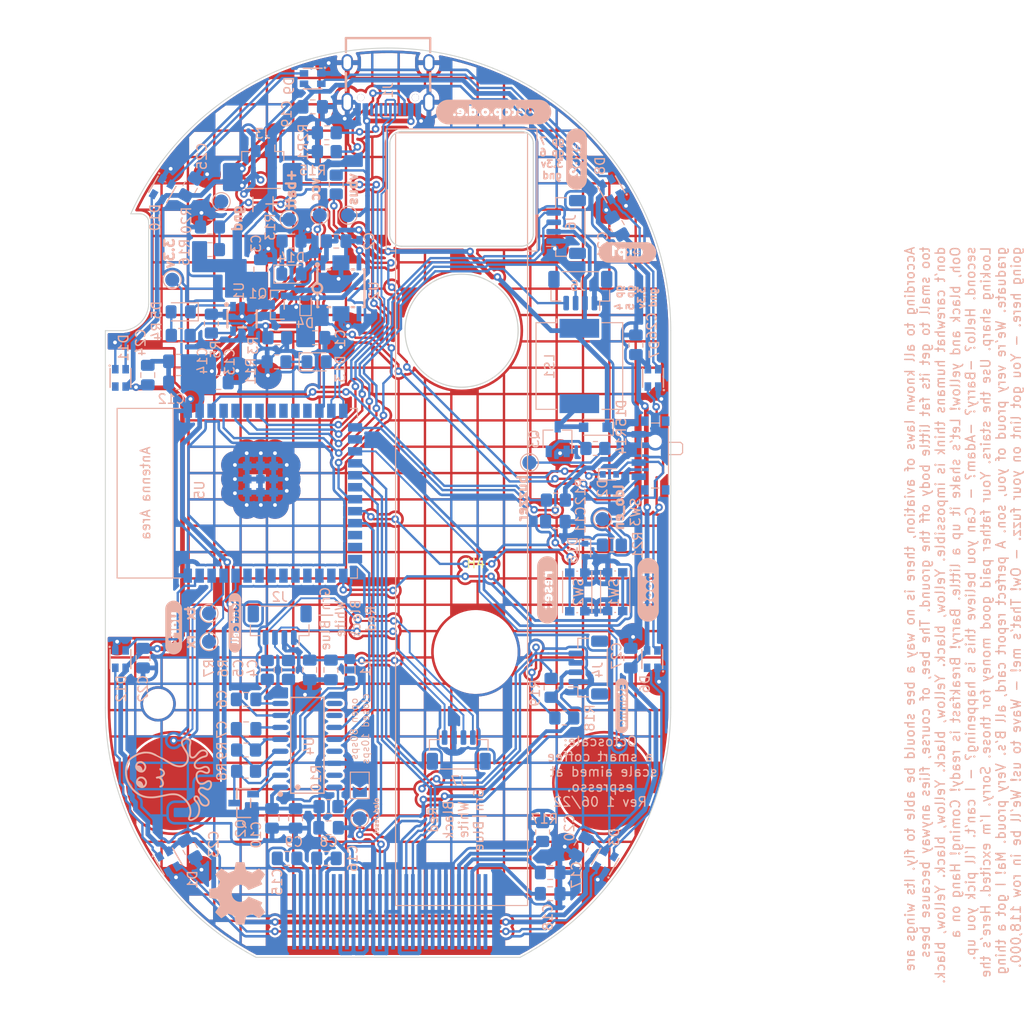
<source format=kicad_pcb>
(kicad_pcb (version 20211014) (generator pcbnew)
  (layers (0 "F.Cu" signal) (31 "B.Cu" signal) (34 "B.Paste" user) (35 "F.Paste" user) (36 "B.SilkS" user "B.Silkscreen") (37 "F.SilkS" user "F.Silkscreen") (38 "B.Mask" user) (39 "F.Mask" user) (44 "Edge.Cuts" user))
  (net 0 "")
  (net 1 "+BATT")
  (net 2 "VBUS")
  (net 3 "Net-(D5-Pad2)")
  (net 4 "GND")
  (net 5 "+3V3")
  (net 6 "VCC")
  (net 7 "Net-(D3-Pad2)")
  (net 8 "Net-(D6-Pad2)")
  (net 9 "Net-(D7-Pad2)")
  (net 10 "Net-(D8-Pad2)")
  (net 11 "Net-(D10-Pad4)")
  (net 14 "D-")
  (net 15 "D+")
  (net 16 "/CC1")
  (net 17 "/CC2")
  (net 18 "Net-(R5-Pad1)")
  (net 19 "/ADD")
  (net 20 "Net-(C6-Pad1)")
  (net 21 "Net-(C6-Pad2)")
  (net 22 "Net-(C7-Pad1)")
  (net 23 "Net-(C7-Pad2)")
  (net 24 "Net-(D5-Pad1)")
  (net 25 "Net-(D10-Pad2)")
  (net 26 "/A-")
  (net 27 "/A+")
  (net 28 "Net-(JP1-Pad2)")
  (net 29 "Net-(L1-Pad2)")
  (net 30 "Net-(Q2-Pad1)")
  (net 31 "Net-(R8-Pad2)")
  (net 33 "Net-(C15-Pad1)")
  (net 34 "Net-(C15-Pad2)")
  (net 35 "Net-(C16-Pad1)")
  (net 36 "Net-(C16-Pad2)")
  (net 37 "Net-(C17-Pad2)")
  (net 38 "Net-(C18-Pad2)")
  (net 40 "OLED_RESET")
  (net 41 "Net-(DS1-Pad26)")
  (net 42 "Net-(D1-Pad3)")
  (net 44 "TOUCH_1")
  (net 45 "TOUCH_2")
  (net 47 "SCALE_DATA")
  (net 48 "SCALE_SCK")
  (net 51 "RESET")
  (net 52 "NEOPIXELS")
  (net 53 "Net-(D13-Pad1)")
  (net 54 "BOOT")
  (net 55 "Net-(D14-Pad1)")
  (net 56 "BLUE")
  (net 57 "Net-(D15-Pad2)")
  (net 58 "Net-(Q3-Pad2)")
  (net 59 "BUZZER")
  (net 60 "LDO_EN")
  (net 61 "SDA")
  (net 62 "SCL")
  (net 78 "Net-(D1-Pad1)")
  (net 79 "UART0_RX")
  (net 80 "UART0_TX")
  (net 81 "EXP_1_A")
  (net 82 "EXP_1_B")
  (net 83 "EXP_2_A")
  (net 84 "EXP_2_B")
  (net 85 "Net-(D2-Pad2)")
  (net 86 "POWER_SWITCH_SENSE")
  (net 87 "BATT_SENSE")
  (footprint "TouchPads:TouchPad" (layer "F.Cu") (at 192.935 122)
    (fp_text reference "TP2" hide)
    (fp_text value "TOUCH_2")
  )
  (footprint "MountingHole:MountingHole_2.7mm_M2.5" (layer "F.Cu") (at 145.6 114.6)
    (fp_text reference "H2" hide)
    (fp_text value "MountingHole")
  )
  (footprint "MountingHole:MountingHole_8.4mm_M8" (layer "F.Cu") (at 179.3 109.1)
    (fp_text reference "H4")
    (fp_text value "MountingHole")
  )
  (footprint "TouchPads:TouchPad" (layer "F.Cu") (at 147.185 122.75)
    (fp_text reference "TP1" hide)
    (fp_text value "TOUCH_1")
  )
  (footprint "easyeda2kicad:LED-SMD_4P-L2.0-W2.0-TL_WS2812B-2020" (layer "B.Cu") (at 141.605 109.855 -90)
    (fp_text reference "D12")
    (fp_text value "WS2812B-2020")
  )
  (footprint "TestPoint:TestPoint_Pad_D1.5mm" (layer "B.Cu") (at 165.75 62.75 180)
    (fp_text reference "TP3" hide)
    (fp_text value "TestPoint")
  )
  (footprint "Resistor_SMD:R_0805_2012Metric_Pad1.20x1.40mm_HandSolder" (layer "B.Cu") (at 151.1 66.4)
    (fp_text reference "R16")
    (fp_text value "442K")
  )
  (footprint "Capacitor_SMD:C_0805_2012Metric_Pad1.18x1.45mm_HandSolder" (layer "B.Cu") (at 154.935003 114.129999)
    (fp_text reference "C6")
    (fp_text value "0.1uF")
  )
  (footprint "kibuzzard-62A1FF38" (layer "B.Cu") (at 194.8 114.8 -90)
    (fp_text reference "kibuzzard-62A1FF38" hide)
    (fp_text value "G***" hide)
  )
  (footprint "Resistor_SMD:R_0805_2012Metric_Pad1.20x1.40mm_HandSolder" (layer "B.Cu") (at 158.172499 78.309263 180)
    (fp_text reference "R11")
    (fp_text value "5.1K")
  )
  (footprint "Capacitor_SMD:C_0805_2012Metric_Pad1.18x1.45mm_HandSolder" (layer "B.Cu") (at 163.4625 131)
    (fp_text reference "C16")
    (fp_text value "1uF")
  )
  (footprint "Capacitor_SMD:C_0805_2012Metric_Pad1.18x1.45mm_HandSolder" (layer "B.Cu") (at 187.75 95.2625)
    (fp_text reference "C11")
    (fp_text value "1uF")
  )
  (footprint "easyeda2kicad:SOT-23-5_L3.0-W1.7-P0.95-LS2.8-BR" (layer "B.Cu") (at 154.499997 73.750004 90)
    (fp_text reference "U1")
    (fp_text value "TP4065")
  )
  (footprint "Capacitor_SMD:C_0805_2012Metric_Pad1.18x1.45mm_HandSolder" (layer "B.Cu") (at 154.934997 117.25)
    (fp_text reference "C7")
    (fp_text value "0.1uF")
  )
  (footprint "Capacitor_SMD:C_0805_2012Metric_Pad1.18x1.45mm_HandSolder" (layer "B.Cu") (at 144.5 79.7125 90)
    (fp_text reference "C24")
    (fp_text value "0.1uF")
  )
  (footprint "LED_SMD:LED_0805_2012Metric_Pad1.15x1.40mm_HandSolder" (layer "B.Cu") (at 162.4225 78.309262)
    (fp_text reference "D13")
    (fp_text value "Blue")
  )
  (footprint "Resistor_SMD:R_0805_2012Metric_Pad1.20x1.40mm_HandSolder" (layer "B.Cu") (at 151.249999 74.249998 90)
    (fp_text reference "R5")
    (fp_text value "2K")
  )
  (footprint "Capacitor_SMD:C_0805_2012Metric_Pad1.18x1.45mm_HandSolder" (layer "B.Cu") (at 164.499998 65.500001)
    (fp_text reference "C2")
    (fp_text value "10uF")
  )
  (footprint "TestPoint:TestPoint_Pad_D1.5mm" (layer "B.Cu") (at 162.75 62.75 180)
    (fp_text reference "TP4" hide)
    (fp_text value "TestPoint")
  )
  (footprint "Package_TO_SOT_SMD:TSOT-23" (layer "B.Cu") (at 188 86.5 90)
    (fp_text reference "Q3")
    (fp_text value "S8050")
  )
  (footprint "Capacitor_SMD:C_0805_2012Metric_Pad1.18x1.45mm_HandSolder" (layer "B.Cu") (at 187.2 132.5 180)
    (fp_text reference "C17")
    (fp_text value "4.7uF")
  )
  (footprint "kibuzzard-629E3B4E" (layer "B.Cu") (at 195.4 66.7 180)
    (fp_text reference "kibuzzard-629E3B4E" hide)
    (fp_text value "G***" hide)
  )
  (footprint "kibuzzard-629CD693" (layer "B.Cu") (at 186.9 102.5 -90)
    (fp_text reference "kibuzzard-629CD693" hide)
    (fp_text value "G***" hide)
  )
  (footprint "kibuzzard-629E3091" (layer "B.Cu") (at 147.25 106.5 -90)
    (fp_text reference "kibuzzard-629E3091" hide)
    (fp_text value "G***" hide)
  )
  (footprint "Diode_SMD:D_SOD-523" (layer "B.Cu") (at 161.249997 72.250003 90)
    (fp_text reference "D4")
    (fp_text value "PMEG2010AEB")
  )
  (footprint "kibuzzard-629CD677" (layer "B.Cu") (at 197.6 102.5 -90)
    (fp_text reference "kibuzzard-629CD677" hide)
    (fp_text value "G***" hide)
  )
  (footprint "Button_Switch_SMD:SW_Push_1P1T_NO_CK_KMR2" (layer "B.Cu") (at 190.075 102.725 90)
    (fp_text reference "SW2")
    (fp_text value "SW_Push")
  )
  (footprint "Capacitor_SMD:C_0805_2012Metric_Pad1.18x1.45mm_HandSolder" (layer "B.Cu") (at 159.2875 131 180)
    (fp_text reference "C15")
    (fp_text value "1uF")
  )
  (footprint "Resistor_SMD:R_0805_2012Metric_Pad1.20x1.40mm_HandSolder" (layer "B.Cu") (at 163.5 54 180)
    (fp_text reference "R2")
    (fp_text value "5.1K")
  )
  (footprint "Capacitor_SMD:C_0805_2012Metric_Pad1.18x1.45mm_HandSolder" (layer "B.Cu") (at 163.684998 127.749997)
    (fp_text reference "C8")
    (fp_text value "0.1uF")
  )
  (footprint "Resistor_SMD:R_0805_2012Metric_Pad1.20x1.40mm_HandSolder" (layer "B.Cu") (at 159.435003 111.000003 -90)
    (fp_text reference "R6")
    (fp_text value "100")
  )
  (footprint "Resistor_SMD:R_0805_2012Metric_Pad1.20x1.40mm_HandSolder" (layer "B.Cu") (at 157.185 111.000002 -90)
    (fp_text reference "R7")
    (fp_text value "100")
  )
  (footprint "easyeda2kicad:LED-SMD_4P-L2.0-W2.0-TL_WS2812B-2020" (layer "B.Cu") (at 193.04 131.321762 60)
    (fp_text reference "D3")
    (fp_text value "WS2812B-2020")
  )
  (footprint "Capacitor_SMD:C_0805_2012Metric_Pad1.18x1.45mm_HandSolder" (layer "B.Cu") (at 149 130 -60)
    (fp_text reference "C23")
    (fp_text value "0.1uF")
  )
  (footprint "Capacitor_SMD:C_0805_2012Metric_Pad1.18x1.45mm_HandSolder" (layer "B.Cu") (at 162.25 75.750002)
    (fp_text reference "C1")
    (fp_text value "10uF")
  )
  (footprint "Button_Switch_SMD:SW_Push_1P1T_NO_CK_KMR2" (layer "B.Cu") (at 194.1 102.7 90)
    (fp_text reference "SW1")
    (fp_text value "SW_Push")
  )
  (footprint "panelisation:octopus" (layer "B.Cu") (at 146.5 122.5 -90)
    (fp_text reference "G***" hide)
    (fp_text value "LOGO" hide)
  )
  (footprint "easyeda2kicad:LED-SMD_4P-L2.0-W2.0-TL_WS2812B-2020" (layer "B.Cu") (at 193.675 60 120)
    (fp_text reference "D8")
    (fp_text value "WS2812B-2020")
  )
  (footprint "Resistor_SMD:R_0805_2012Metric_Pad1.20x1.40mm_HandSolder" (layer "B.Cu") (at 158.249998 75.749999 180)
    (fp_text reference "R3")
    (fp_text value "100k")
  )
  (footprint "Connector_Molex:Molex_PicoBlade_53398-0271_1x02-1MP_P1.25mm_Vertical" (layer "B.Cu") (at 156.7 57.2 180)
    (fp_text reference "J3")
    (fp_text value "Molex picoblade vertical C122410")
  )
  (footprint "kibuzzard-629CE03A" (layer "B.Cu") (at 153.75 106 -90)
    (fp_text reference "kibuzzard-629CE03A" hide)
    (fp_text value "G***" hide)
  )
  (footprint "easyeda2kicad:HSOP-6_L5.0-W3.9-P1.91-LS6.0-BL" (layer "B.Cu") (at 165 70.5)
    (fp_text reference "U2")
    (fp_text value "S-1172B33-E6T1U")
  )
  (footprint "TestPoint:TestPoint_Pad_D1.5mm" (layer "B.Cu") (at 151 105 180)
    (fp_text reference "TP11" hide)
    (fp_text value "TestPoint")
  )
  (footprint "LoadCell:LoadCell" (layer "B.Cu") (at 177.8 95)
    (fp_text reference "REF**" hide)
    (fp_text value "LoadCell")
    (fp_line (start -6.340974 -41.138974) (end 6.340974 -41.138974) (layer "Edge.Cuts") (width 0.12))
    (fp_line (start 6.340974 -28.965026) (end -6.35 -28.956) (layer "Edge.Cuts") (width 0.12))
    (fp_line (start -7.62 -30.226) (end -7.610974 -39.868974) (layer "Edge.Cuts") (width 0.12))
    (fp_line (start 7.610974 -39.868974) (end 7.610974 -30.235026) (layer "Edge.Cuts") (width 0.12))
    (fp_arc (start -7.610974 -39.868974) (mid -7.239 -40.767) (end -6.340974 -41.138974) (layer "Edge.Cuts") (width 0.12))
    (fp_arc (start 6.340974 -41.138974) (mid 7.239 -40.767) (end 7.610974 -39.868974) (layer "Edge.Cuts") (width 0.12))
    (fp_arc (start 7.610974 -30.235026) (mid 7.239 -29.337) (end 6.340974 -28.965026) (layer "Edge.Cuts") (width 0.12))
    (fp_arc (start -6.35 -28.956) (mid -7.248026 -29.327974) (end -7.62 -30.226) (layer "Edge.Cuts") (width 0.12))
    (fp_circle (center 0 -20) (end 6 -20) (layer "Edge.Cuts") (width 0.12) (fill none))
  )
  (footprint "Resistor_SMD:R_0805_2012Metric_Pad1.20x1.40mm_HandSolder" (layer "B.Cu") (at 163.5 56 180)
    (fp_text reference "R1")
    (fp_text value "5.1K")
  )
  (footprint "Capacitor_SMD:C_0805_2012Metric_Pad1.18x1.45mm_HandSolder" (layer "B.Cu") (at 162 51.25)
    (fp_text reference "C19")
    (fp_text value "0.1uF")
  )
  (footprint "TestPoint:TestPoint_Pad_D1.5mm" (layer "B.Cu") (at 147.1 69.6 180)
    (fp_text reference "TP12" hide)
    (fp_text value "TestPoint")
  )
  (footprint "Resistor_SMD:R_0805_2012Metric_Pad1.20x1.40mm_HandSolder" (layer "B.Cu") (at 187.808013 92.979007 180)
    (fp_text reference "R12")
    (fp_text value "5.1K")
  )
  (footprint "Symbol:OSHW-Symbol_6.7x6mm_SilkScreen" (layer "B.Cu") (at 154 134.7 -90)
    (fp_text reference "REF**" hide)
    (fp_text value "OSHW-Symbol_6.7x6mm_SilkScreen" hide)
  )
  (footprint "Resistor_SMD:R_0805_2012Metric_Pad1.20x1.40mm_HandSolder" (layer "B.Cu") (at 147.999999 75.5 180)
    (fp_text reference "R4")
    (fp_text value "5.1K")
  )
  (footprint "TestPoint:TestPoint_Pad_D1.5mm" (layer "B.Cu") (at 167 126.75 180)
    (fp_text reference "TP8" hide)
    (fp_text value "TestPoint")
  )
  (footprint "Capacitor_SMD:C_0805_2012Metric_Pad1.18x1.45mm_HandSolder" (layer "B.Cu") (at 147.75 80.5 180)
    (fp_text reference "C12")
    (fp_text value "10uF")
  )
  (footprint "easyeda2kicad:LED-SMD_4P-L2.0-W2.0-TL_WS2812B-2020" (layer "B.Cu") (at 146.685 131.321762 -60)
    (fp_text reference "D1")
    (fp_text value "WS2812B-2020")
  )
  (footprint "Jumper:SolderJumper-2_P1.3mm_Open_TrianglePad1.0x1.5mm" (layer "B.Cu") (at 167 123.25 -90)
    (fp_text reference "JP1" hide)
    (fp_text value "Default: Open")
  )
  (footprint "Capacitor_SMD:C_0805_2012Metric_Pad1.18x1.45mm_HandSolder" (layer "B.Cu") (at 196.3 76.5 90)
    (fp_text reference "C26")
    (fp_text value "0.1uF")
  )
  (footprint "LED_SMD:LED_0805_2012Metric_Pad1.15x1.40mm_HandSolder" (layer "B.Cu") (at 159.749996 68.999998)
    (fp_text reference "D14")
    (fp_text value "Red")
  )
  (footprint "easyeda2kicad:SOT-23-3_L2.9-W1.3-P1.90-LS2.4-BR" (layer "B.Cu") (at 158.249998 72.250004)
    (fp_text reference "Q1")
    (fp_text value "AO3415_C181094")
  )
  (footprint "Diode_SMD:D_SOD-523" (layer "B.Cu") (at 193.5 90.25)
    (fp_text reference "D2")
    (fp_text value "PMEG2010AEB")
  )
  (footprint "TestPoint:TestPoint_Pad_D1.5mm" (layer "B.Cu") (at 151 108 180)
    (fp_text reference "TP7" hide)
    (fp_text value "TestPoint")
  )
  (footprint "easyeda2kicad:LED-SMD_4P-L2.0-W2.0-TL_WS2812B-2020" (layer "B.Cu") (at 146.05 60 -120)
    (fp_text reference "D10")
    (fp_text value "WS2812B-2020")
  )
  (footprint "Display:OLED-128O064D" (layer "B.Cu") (at 170.185 136.6675)
    (fp_text reference "DS1" hide)
    (fp_text value "OLED-128O064D")
  )
  (footprint "TestPoint:TestPoint_Pad_D1.5mm" (layer "B.Cu") (at 159.5 63.2 180)
    (fp_text reference "TP6" hide)
    (fp_text value "TestPoint")
  )
  (footprint "Resistor_SMD:R_0805_2012Metric_Pad1.20x1.40mm_HandSolder" (layer "B.Cu") (at 187.3 112.9 90)
    (fp_text reference "R19")
    (fp_text value "10k")
  )
  (footprint "kibuzzard-629CDB8B" (layer "B.Cu") (at 181.2 51.8 180)
    (fp_text reference "kibuzzard-629CDB8B" hide)
    (fp_text value "G***" hide)
  )
  (footprint "Connector_JST:JST_SH_BM04B-SRSS-TB_1x04-1MP_P1.00mm_Vertical" (layer "B.Cu") (at 190.4 70.75 180)
    (fp_text reference "J5")
    (fp_text value "JST-SH")
  )
  (footprint "Capacitor_SMD:C_0805_2012Metric_Pad1.18x1.45mm_HandSolder" (layer "B.Cu") (at 152 80.5)
    (fp_text reference "C13")
    (fp_text value "10uF")
  )
  (footprint "easyeda2kicad:LED-SMD_4P-L2.0-W2.0-TL_WS2812B-2020" (layer "B.Cu") (at 198.12 80.01 90)
    (fp_text reference "D7")
    (fp_text value "WS2812B-2020")
  )
  (footprint "Resistor_SMD:R_0805_2012Metric_Pad1.20x1.40mm_HandSolder" (layer "B.Cu") (at 186.4 128.2 -90)
    (fp_text reference "R17")
    (fp_text value "400k")
  )
  (footprint "Connector_JST:JST_SH_BM04B-SRSS-TB_1x04-1MP_P1.00mm_Vertical" (layer "B.Cu") (at 188.9 64 90)
    (fp_text reference "J6")
    (fp_text value "JST-SH")
  )
  (footprint "Resistor_SMD:R_0805_2012Metric_Pad1.20x1.40mm_HandSolder" (layer "B.Cu") (at 154.934997 119.499999)
    (fp_text reference "R9")
    (fp_text value "8.2K")
  )
  (footprint "Capacitor_SMD:C_0805_2012Metric_Pad1.18x1.45mm_HandSolder" (layer "B.Cu") (at 149 59.75 60)
    (fp_text reference "C25")
    (fp_text value "0.1uF")
  )
  (footprint "Capacitor_SMD:C_0805_2012Metric_Pad1.18x1.45mm_HandSolder" (layer "B.Cu") (at 156.5 68.5 90)
    (fp_text reference "C3")
    (fp_text value "10uF")
  )
  (footprint "Resistor_SMD:R_0805_2012Metric_Pad1.20x1.40mm_HandSolder" (layer "B.Cu") (at 154.934999 121.75)
    (fp_text reference "R8")
    (fp_text value "20K")
  )
  (footprint "Capacitor_SMD:C_0805_2012Metric_Pad1.18x1.45mm_HandSolder" (layer "B.Cu") (at 190.5 129.75 -120)
    (fp_text reference "C20")
    (fp_text value "0.1uF")
  )
  (footprint "Capacitor_SMD:C_0805_2012Metric_Pad1.18x1.45mm_HandSolder" (layer "B.Cu") (at 160.185001 126.75 -90)
    (fp_text reference "C9")
    (fp_text value "0.1uF")
  )
  (footprint "Espressif:ESP32-S3-WROOM-1" (layer "B.Cu") (at 157 92.25 -90)
    (fp_text reference "U5")
    (fp_text value "ESP32-S3-WROOM-1")
  )
  (footprint "Diode_SMD:D_SOD-523" (layer "B.Cu") (at 190.9 98.3 -90)
    (fp_text reference "D16")
    (fp_text value "3v Zener, BZT52C3V0T")
  )
  (footprint "easyeda2kicad:LED-SMD_4P-L2.0-W2.0-TL_WS2812B-2020" (layer "B.Cu") (at 198.035 109.855 90)
    (fp_text reference "D6")
    (fp_text value "WS2812B-2020")
  )
  (footprint "Capacitor_SMD:C_0805_2012Metric_Pad1.18x1.45mm_HandSolder" (layer "B.Cu") (at 195.75 109.75 90)
    (fp_text reference "C27")
    (fp_text value "0.1uF")
  )
  (footprint "Connector_JST:JST_SH_BM04B-SRSS-TB_1x04-1MP_P1.00mm_Vertical" (layer "B.Cu") (at 177.5 119.5)
    (fp_text reference "J7")
    (fp_text value "Conn_01x04_Male")
  )
  (footprint "Buzzer_Beeper:Buzzer_CUI_CPT-9019S-SMT" (layer "B.Cu") (at 190.3 78.75 -90)
    (fp_text reference "LS1")
    (fp_text value "MLT-8530")
  )
  (footprint "Capacitor_SMD:C_0805_2012Metric_Pad1.18x1.45mm_HandSolder" (layer "B.Cu") (at 194.3 63.9 120)
    (fp_text reference "C21")
    (fp_text value "0.1uF")
  )
  (footprint "easyeda2kicad:SOT-23-3_L2.9-W1.3-P1.90-LS2.4-BR" (layer "B.Cu") (at 154.685 125.129995)
    (fp_text reference "Q2")
    (fp_text value "MMBT44032T")
  )
  (footprint "Capacitor_SMD:C_0805_2012Metric_Pad1.18x1.45mm_HandSolder" (layer "B.Cu") (at 144 109.75 -90)
    (fp_text reference "C22")
    (fp_text value "0.1uF")
  )
  (footprint "Inductor_SMD:L_0805_2012Metric_Pad1.05x1.20mm_HandSolder" (layer "B.Cu") (at 165.935004 110.999999 -90)
    (fp_text reference "L1")
    (fp_text value "3.3uH")
  )
  (footprint "easyeda2kicad:SOP-16_L10.0-W3.9-P1.27-LS6.0-BL" (layer "B.Cu") (at 161.434999 119 90)
    (fp_text reference "U4")
    (fp_text value "HX711")
  )
  (footprint "Resistor_SMD:R_0805_2012Metric_Pad1.20x1.40mm_HandSolder" (layer "B.Cu") (at 164.5 59.5 -90)
    (fp_text reference "R15")
    (fp_text value "10K")
  )
  (footprint "Resistor_SMD:R_0805_2012Metric_Pad1.20x1.40mm_HandSolder" (layer "B.Cu") (at 159.75 65.500001)
    (fp_text reference "R13")
    (fp_text value "5.1K")
  )
  (footprint "TestPoint:TestPoint_Pad_D1.5mm" (layer "B.Cu") (at 185 89 180)
    (fp_text reference "TP9" hide)
    (fp_text value "TestPoint")
  )
  (footprint "TestPoint:TestPoint_Pad_D1.5mm" (layer "B.Cu") (at 152.3 61.3 180)
    (fp_text reference "TP10" hide)
    (fp_text value "TestPoint")
  )
  (footprint "easyeda2kicad:LED-SMD_4P-L2.0-W2.0-TL_WS2812B-2020" (layer "B.Cu") (at 162 48.25 180)
    (fp_text reference "D9")
    (fp_text value "WS2812B-2020")
  )
  (footprint "Resistor_SMD:R_0805_2012Metric_Pad1.20x1.40mm_HandSolder" (layer "B.Cu") (at 163.685003 125.500003)
    (fp_text reference "R10")
    (fp_text value "10K")
  )
  (footprint "TestPoint:TestPoint_Pad_D1.5mm" (layer "B.Cu") (at 192.75 95 180)
    (fp_text reference "TP5" hide)
    (fp_text value "TestPoint")
  )
  (footprint "Resistor_SMD:R_0805_2012Metric_Pad1.20x1.40mm_HandSolder" (layer "B.Cu") (at 193.75 97.75)
    (fp_text reference "R21")
    (fp_text value "10K")
  )
  (footprint "Capacitor_SMD:C_0805_2012Metric_Pad1.18x1.45mm_HandSolder" (layer "B.Cu") (at 157.685 126.749999 -90)
    (fp_text reference "C10")
    (fp_text value "10uF")
  )
  (footprint "Capacitor_SMD:C_0805_2012Metric_Pad1.18x1.45mm_HandSolder" (layer "B.Cu") (at 147.75 78.25 180)
    (fp_text reference "C14")
    (fp_text value "1uF")
  )
  (footprint "Capacitor_SMD:C_0805_2012Metric_Pad1.18x1.45mm_HandSolder" (layer "B.Cu") (at 187.2 134.75 180)
    (fp_text reference "C18")
    (fp_text value "2.2uF")
  )
  (footprint "Capacitor_SMD:C_0805_2012Metric_Pad1.18x1.45mm_HandSolder" (layer "B.Cu") (at 163.935 110.999995 -90)
    (fp_text reference "C4")
    (fp_text value "0.1uF")
  )
  (footprint "Connector_JST:JST_SH_BM04B-SRSS-TB_1x04-1MP_P1.00mm_Vertical" (layer "B.Cu") (at 191.25 110.75 90)
    (fp_text reference "J4")
    (fp_text value "JST-SH, stemma")
  )
  (footprint "Capacitor_SMD:C_0805_2012Metric_Pad1.18x1.45mm_HandSolder" (layer "B.Cu") (at 161.685002 111.000004 -90)
    (fp_text reference "C5")
    (fp_text value "10uF")
  )
  (footprint "Button_Switch_SMD:SW_SPDT_PCM12" (layer "B.Cu") (at 198.025 88.25 -90)
    (fp_text reference "SW3")
    (fp_text value "SW_SPDT")
  )
  (footprint "Resistor_SMD:R_0805_2012Metric_Pad1.20x1.40mm_HandSolder" (layer "B.Cu") (at 188.7 116.1 180)
    (fp_text reference "R18")
    (fp_text value "10k")
  )
  (footprint "Resistor_SMD:R_0805_2012Metric_Pad1.20x1.40mm_HandSolder" (layer "B.Cu") (at 151.1 64 180)
    (fp_text reference "R20")
    (fp_text value "160K")
  )
  (footprint "Connector_JST:JST_SH_BM04B-SRSS-TB_1x04-1MP_P1.00mm_Vertical" (layer "B.Cu") (at 158.5 106.249999 180)
    (fp_text reference "J2")
    (fp_text value "Conn_01x04_Male")
  )
  (footprint "Resistor_SMD:R_0805_2012Metric_Pad1.20x1.40mm_HandSolder" (layer "B.Cu") (at 192 87.5 180)
    (fp_text reference "R14")
    (fp_text value "2K")
  )
  (footprint "kibuzzard-629E3B7C" (layer "B.Cu") (at 190 56.8 -90)
    (fp_text reference "kibuzzard-629E3B7C" hide)
    (fp_text value "G***" hide)
  )
  (footprint "LED_SMD:LED_0805_2012Metric_Pad1.15x1.40mm_HandSolder" (layer "B.Cu") (at 147.999999 72.999998 180)
    (fp_text reference "D5")
    (fp_text value "Orange")
  )
  (footprint "easyeda2kicad:USB-C_SMD-TYPE-C-31-M-12" (layer "B.Cu") (at 170 49.0425)
    (fp_text reference "J1")
    (fp_text value "USB_C_Receptacle_USB2.0  TYPE-C-31-M-12")
  )
  (footprint "easyeda2kicad:LED-SMD_4P-L2.0-W2.0-TL_WS2812B-2020" (layer "B.Cu") (at 141.605 80.01 -90)
    (fp_text reference "D11")
    (fp_text value "WS2812B-2020")
  )
  (footprint "Diode_SMD:D_SOD-323_HandSoldering" (layer "B.Cu") (at 192 85.25 180)
    (fp_text reference "D15")
    (fp_text value "1N4148")
  )
  (gr_arc (start 143.7 62.6) (mid 144.329046 62.870954) (end 144.6 63.5) (layer "Edge.Cuts") (width 0.1))
  (gr_line (start 141.9 75) (end 140 75) (layer "Edge.Cuts") (width 0.1))
  (gr_line (start 140 75) (end 140 115) (layer "Edge.Cuts") (width 0.1))
  (gr_line (start 200 75) (end 200 115) (layer "Edge.Cuts") (width 0.1))
  (gr_line (start 144.6 63.5) (end 144.6 72.2) (layer "Edge.Cuts") (width 0.1))
  (gr_line (start 156 141.5) (end 184 141.5) (layer "Edge.Cuts") (width 0.1))
  (gr_arc (start 200 115) (mid 195.689805 130.477807) (end 184 141.5) (layer "Edge.Cuts") (width 0.1))
  (gr_arc (start 144.6 72.2) (mid 143.768824 74.100296) (end 141.9 75) (layer "Edge.Cuts") (width 0.1))
  (gr_line (start 142.7 62.6) (end 143.7 62.6) (layer "Edge.Cuts") (width 0.1))
  (gr_arc (start 142.7 62.6) (mid 176.351219 45.689524) (end 200 75) (layer "Edge.Cuts") (width 0.1))
  (gr_arc (start 156 141.5) (mid 144.321719 130.470848) (end 140 115) (layer "Edge.Cuts") (width 0.1))
  (gr_text "-" (at 155.5 61.6 90) (layer "B.SilkS") (effects (font (size 2 2)) (justify mirror)))
  (gr_text "oled_reset" (at 168.75 126.5 90) (layer "B.SilkS") (effects (font (size 0.5 0.5) (thickness 0.125)) (justify mirror)))
  (gr_text "According to all known laws of aviation, there is no way a bee should be able to fly. Its wings are\ntoo small to get its fat little body off the ground. The bee, of course, flies anyway because bees\ndon't carewhat humans think is impossible. Yellow, black. Yellow, black. Yellow, black. Yellow, black.\nOoh, black and yellow! Let's shake it up a little. Barry! Breakfast is ready! Coming! Hang on a\nsecond. Hello? -Barry? -Adam? - Can you believe this is happening? - I can't. I'll pick you up.\nLooking sharp. Use the stairs. Your father paid good money for those. Sorry. I'm excited. Here's the\ngraduate. We're very proud of you, son. A perfect report card, all B's. Very proud. Ma! I got a thing \ngoing here. - You got lint on your fuzz. - Ow! That's me! - Wave to us! We'll be in row 118,000." (at 231 66 90) (layer "B.SilkS") (effects (font (size 1 1)) (justify left mirror)))
  (gr_text "+batt" (at 159.7 60 90) (layer "B.SilkS") (effects (font (size 1 1) (thickness 0.25)) (justify mirror)))
  (gr_text "vcc" (at 162.25 60 90) (layer "B.SilkS") (effects (font (size 1 1) (thickness 0.25)) (justify mirror)))
  (gr_text "gp 4\ngp 5\n3.3v\ngnd" (at 196.3 71.5 90) (layer "B.SilkS") (effects (font (size 0.75 0.75) (thickness 0.1875)) (justify mirror)))
  (gr_text "Rev 1 06/22" (at 192.5 125) (layer "B.SilkS") (effects (font (size 1 1)) (justify mirror)))
  (gr_text "open 80sps\nclosed 10sps" (at 167 117.25 -270) (layer "B.SilkS") (effects (font (size 0.75 0.75) (thickness 0.1)) (justify mirror)))
  (gr_text "tx" (at 149 105 90) (layer "B.SilkS") (effects (font (size 1 1) (thickness 0.25)) (justify mirror)))
  (gr_text "Grn|Blue\nWhite\nBlack\nRed" (at 165.75 105.571762 90) (layer "B.SilkS") (effects (font (size 1 1)) (justify mirror)))
  (gr_text "buzzer" (at 184.25 92.75 90) (layer "B.SilkS") (effects (font (size 1 1) (thickness 0.25)) (justify mirror)))
  (gr_text "gnd" (at 154 63.1 90) (layer "B.SilkS") (effects (font (size 1 1) (thickness 0.25)) (justify mirror)))
  (gr_text "ldo_en" (at 194.5 93.75 90) (layer "B.SilkS") (effects (font (size 1 1) (thickness 0.25)) (justify mirror)))
  (gr_text "3.3v" (at 146.8 66.8 90) (layer "B.SilkS") (effects (font (size 1 1) (thickness 0.25)) (justify mirror)))
  (gr_text "+" (at 157.8 61.4) (layer "B.SilkS") (effects (font (size 2 2)) (justify mirror)))
  (gr_text "Octoscale:\na smart coffee\nscale aimed at \nespresso." (at 192.5 121) (layer "B.SilkS") (effects (font (size 1 1)) (justify mirror)))
  (gr_text "vbus" (at 166.25 60 90) (layer "B.SilkS") (effects (font (size 1 1) (thickness 0.25)) (justify mirror)))
  (gr_text "Red\nBlack\nWhite\nGrn|Blue" (at 177.2 126.9 90) (layer "B.SilkS") (effects (font (size 1 1)) (justify mirror)))
  (gr_text "rx\n" (at 149 108 90) (layer "B.SilkS") (effects (font (size 1 1) (thickness 0.25)) (justify mirror)))
  (gr_text "gp 7\ngp 6\n3.3v\ngnd" (at 187.4 56.7) (layer "B.SilkS") (effects (font (size 0.75 0.75) (thickness 0.1875)) (justify mirror)))
  (segment (start 154.5 57.8) (end 154.5 57.6) (width 0.5) (layer "F.Cu") (net 1))
  (segment (start 197.405479 83.155479) (end 197.25 83) (width 0.5) (layer "F.Cu") (net 1))
  (segment (start 143.321762 81.071762) (end 143.25 81) (width 0.5) (layer "F.Cu") (net 1))
  (segment (start 147.071762 81.071762) (end 143.321762 81.071762) (width 0.5) (layer "F.Cu") (net 1))
  (segment (start 154.5 57.6) (end 157.97 54.13) (width 0.5) (layer "F.Cu") (net 1))
  (segment (start 148.185 107.321762) (end 148.185 82.185) (width 0.5) (layer "F.Cu") (net 1))
  (segment (start 197.5 93.75) (end 197.405479 93.655479) (width 0.5) (layer "F.Cu") (net 1))
  (segment (start 146.756762 108.75) (end 148.185 107.321762) (width 0.5) (layer "F.Cu") (net 1))
  (segment (start 145.5 108.75) (end 146.756762 108.75) (width 0.5) (layer "F.Cu") (net 1))
  (segment (start 197.405479 93.655479) (end 197.405479 83.155479) (width 0.5) (layer "F.Cu") (net 1))
  (segment (start 158 137.75) (end 182.5 137.75) (width 0.5) (layer "F.Cu") (net 1))
  (segment (start 148.185 82.185) (end 147.071762 81.071762) (width 0.5) (layer "F.Cu") (net 1))
  (segment (start 157.97 54.13) (end 157.97 53.771) (width 0.5) (layer "F.Cu") (net 1))
  (via (at 156.47598 59) (size 0.8) (drill 0.4) (layers "F.Cu" "B.Cu") (net 1))
  (via (at 197.25 83) (size 0.8) (drill 0.4) (layers "F.Cu" "B.Cu") (net 1))
  (via (at 154.5 59.6) (size 0.8) (drill 0.4) (layers "F.Cu" "B.Cu") (net 1))
  (via (at 158 137.75) (size 0.8) (drill 0.4) (layers "F.Cu" "B.Cu") (net 1))
  (via (at 145.5 108.75) (size 0.8) (drill 0.4) (layers "F.Cu" "B.Cu") (net 1))
  (via (at 143.25 81) (size 0.8) (drill 0.4) (layers "F.Cu" "B.Cu") (net 1))
  (via (at 154.5 57.8) (size 0.8) (drill 0.4) (layers "F.Cu" "B.Cu") (net 1))
  (via (at 197.5 93.75) (size 0.8) (drill 0.4) (layers "F.Cu" "B.Cu") (net 1))
  (via (at 154.7 60.5) (size 0.8) (drill 0.4) (layers "F.Cu" "B.Cu") (net 1))
  (via (at 182.5 137.75) (size 0.8) (drill 0.4) (layers "F.Cu" "B.Cu") (net 1))
  (segment (start 146.701314 130.250019) (end 145.948537 129.497242) (width 0.5) (layer "B.Cu") (net 1))
  (segment (start 195.75 110.67) (end 197.485 108.935) (width 0.5) (layer "B.Cu") (net 1))
  (segment (start 179.36379 49.824519) (end 177.953211 48.41394) (width 0.5) (layer "B.Cu") (net 1))
  (segment (start 157.7 54.041) (end 160.491 51.25) (width 1) (layer "B.Cu") (net 1))
  (segment (start 144.172973 126.772974) (end 143.2 125.800001) (width 0.5) (layer "B.Cu") (net 1))
  (segment (start 191.625166 128.851499) (end 193.023686 130.250019) (width 0.4) (layer "B.Cu") (net 1))
  (segment (start 152.5 59.2) (end 152.7 59) (width 0.5) (layer "B.Cu") (net 1))
  (segment (start 157.7 57.7) (end 157.7 60.654944) (width 1) (layer "B.Cu") (net 1))
  (segment (start 142.155 111.149031) (end 142.155 110.775) (width 0.5) (layer "B.Cu") (net 1))
  (segment (start 191.01875 128.851499) (end 191.625166 128.851499) (width 0.4) (layer "B.Cu") (net 1))
  (segment (start 192.681057 59.535886) (end 192.738686 59.478257) (width 0.5) (layer "B.Cu") (net 1))
  (segment (start 197.57 68.982494) (end 196.12548 67.537974) (width 0.5) (layer "B.Cu") (net 1))
  (segment (start 142.225 81) (end 142.155 80.93) (width 0.5) (layer "B.Cu") (net 1))
  (segment (start 197.57 79.09) (end 197.57 68.982494) (width 0.5) (layer "B.Cu") (net 1))
  (segment (start 148.48125 60.648501) (end 146.489556 60.648501) (width 0.5) (layer "B.Cu") (net 1))
  (segment (start 144.18 108.75) (end 142.155 110.775) (width 0.5) (layer "B.Cu") (net 1))
  (segment (start 144.50952 128.443308) (end 144.509519 127.109519) (width 0.5) (layer "B.Cu") (net 1))
  (segment (start 177.953211 48.41394) (end 166.238522 48.41394) (width 0.5) (layer "B.Cu") (net 1))
  (segment (start 145.5 61.638057) (end 145.5 73.812493) (width 0.5) (layer "B.Cu") (net 1))
  (segment (start 145.5 61.638057) (end 146.066314 61.071743) (width 0.5) (layer "B.Cu") (net 1))
  (segment (start 195.75 110.7875) (end 195.75 110.67) (width 0.5) (layer "B.Cu") (net 1))
  (segment (start 142.606246 123.293753) (end 142.1 122.787507) (width 0.5) (layer "B.Cu") (net 1))
  (segment (start 155.7 58.4) (end 155.7 57.7) (width 0.5) (layer "B.Cu") (net 1))
  (segment (start 149.5 129) (end 148.582749 129) (width 0.5) (layer "B.Cu") (net 1))
  (segment (start 150.151499 60.648501) (end 151.6 59.2) (width 0.5) (layer "B.Cu") (net 1))
  (segment (start 142.863453 124.35096) (end 142.606246 124.093753) (width 0.5) (layer "B.Cu") (net 1))
  (segment (start 151.6 59.2) (end 152.5 59.2) (width 0.5) (layer "B.Cu") (net 1))
  (segment (start 155.7 59.5) (end 155.7 57.7) (width 0.5) (layer "B.Cu") (net 1))
  (segment (start 142.606246 124.093753) (end 142.606246 123.293753) (width 0.5) (layer "B.Cu") (net 1))
  (segment (start 143.25 81) (end 142.225 81) (width 0.5) (layer "B.Cu") (net 1))
  (segment (start 151.5 131) (end 149.5 129) (width 0.5) (layer "B.Cu") (net 1))
  (segment (start 163.819511 49.599511) (end 162.150489 49.599511) (width 0.5) (layer "B.Cu") (net 1))
  (segment (start 143.25 81) (end 144 81) (width 0.5) (layer "B.Cu") (net 1))
  (segment (start 157.57548 62.17548) (end 157.57548 60.779464) (width 0.5) (layer "B.Cu") (net 1))
  (segment (start 141.62952 111.674511) (end 142.155 111.149031) (width 0.5) (layer "B.Cu") (net 1))
  (segment (start 197.57 78.8075) (end 197.57 79.09) (width 0.5) (layer "B.Cu") (net 1))
  (segment (start 142.863453 124.731703) (end 142.863453 124.35096) (width 0.5) (layer "B.Cu") (net 1))
  (segment (start 145.563454 129.497242) (end 144.50952 128.443308) (width 0.5) (layer "B.Cu") (net 1))
  (segment (start 143.2 125.800001) (end 143.2 125.06825) (width 0.5) (layer "B.Cu") (net 1))
  (segment (start 160.491 51.25) (end 160.9625 51.25) (width 1) (layer "B.Cu") (net 1))
  (segment (start 155.7 57.7) (end 155.7 54.295) (width 0.5) (layer "B.Cu") (net 1))
  (segment (start 197.485 93.765) (end 197.5 93.75) (width 0.5) (layer "B.Cu") (net 1))
  (segment (start 196.3 77.5375) (end 197.57 78.8075) (width 0.5) (layer "B.Cu") (net 1))
  (segment (start 146.489556 60.648501) (end 146.066314 61.071743) (width 0.5) (layer "B.Cu") (net 1))
  (segment (start 147.648501 129.351499) (end 146.749981 130.250019) (width 0.5) (layer "B.Cu") (net 1))
  (segment (start 157.7 57.7) (end 157.7 54.041) (width 1) (layer "B.Cu") (net 1))
  (segment (start 190.950969 132.4195) (end 191.126057 132.244412) (width 0.5) (layer "B.Cu") (net 1))
  (segment (start 153.9 57.8) (end 154.5 57.8) (width 0.5) (layer "B.Cu") (net 1))
  (segment (start 151.5 134.443653) (end 151.5 131) (width 0.5) (layer "B.Cu") (net 1))
  (segment (start 142.954511 76.357982) (end 142.954511 80.130489) (width 0.5) (layer "B.Cu") (net 1))
  (segment (start 192.502894 59.478257) (end 182.849157 49.82452) (width 0.5) (layer "B.Cu") (net 1))
  (segment (start 197.584353 124.862956) (end 197.209214 125.853207) (width 0.5) (layer "B.Cu") (net 1))
  (segment (start 155.7 58.22402) (end 156.47598 59) (width 0.5) (layer "B.Cu") (net 1))
  (segment (start 165.70343 48.949031) (end 164.469991 48.949031) (width 0.5) (layer "B.Cu") (net 1))
  (segment (start 188.690264 136.997242) (end 190.950969 134.736537) (width 0.5) (layer "B.Cu") (net 1))
  (segment (start 158.6 63.2) (end 157.57548 62.17548) (width 0.5) (layer "B.Cu") (net 1))
  (segment (start 141.62952 119.717026) (end 141.62952 111.674511) (width 0.5) (layer "B.Cu") (net 1))
  (segment (start 160.9625 50.7875) (end 162.150489 49.599511) (width 0.4) (layer "B.Cu") (net 1))
  (segment (start 157.57548 60.779464) (end 155.2 63.154944) (width 1) (layer "B.Cu") (net 1))
  (segment (start 155.7 54.295) (end 155.176 53.771) (width 0.5) (layer "B.Cu") (net 1))
  (segment (start 195.75 110.7875) (end 195.75 112.57452) (width 0.5) (layer "B.Cu") (net 1))
  (segment (start 142.1 122.787507) (end 142.099999 120.187505) (width 0.5) (layer "B.Cu") (net 1))
  (segment (start 148.582749 129) (end 148.23125 129.351499) (width 0.5) (layer "B.Cu") (net 1))
  (segment (start 146.749981 130.250019) (end 146.701314 130.250019) (width 0.5) (layer "B.Cu") (net 1))
  (segment (start 142.954511 80.130489) (end 142.155 80.93) (width 0.5) (layer "B.Cu") (net 1))
  (segment (start 145.5 73.812493) (end 142.954511 76.357982) (width 0.5) (layer "B.Cu") (net 1))
  (segment (start 192.738686 59.478257) (end 192.502894 59.478257) (width 0.5) (layer "B.Cu") (net 1))
  (segment (start 155.2 63.154944) (end 155.2 63.2) (width 1) (layer "B.Cu") (net 1))
  (segment (start 191.126057 132.244412) (end 191.126057 131.542596) (width 0.5) (layer "B.Cu") (net 1))
  (segment (start 144 81) (end 144.25 80.75) (width 0.5) (layer "B.Cu") (net 1))
  (segment (start 154.806347 137.75) (end 151.5 134.443653) (width 0.5) (layer "B.Cu") (net 1))
  (segment (start 198.42548 122.074547) (end 198.225888 122.844994) (width 0.5) (layer "B.Cu") (net 1))
  (segment (start 187.197025 136.997243) (end 188.690264 136.997242) (width 0.5) (layer "B.Cu") (net 1))
  (segment (start 186.444268 137.75) (end 187.197025 136.997243) (width 0.5) (layer "B.Cu") (net 1))
  (segment (start 197.923392 123.859778) (end 197.584353 124.862956) (width 0.5) (layer "B.Cu") (net 1))
  (segment (start 159.5 63.2) (end 158.6 63.2) (width 0.5) (layer "B.Cu") (net 1))
  (segment (start 154.5 59.6) (end 155.7 58.4) (width 0.5) (layer "B.Cu") (net 1))
  (segment (start 154.7 60.5) (end 155.7 59.5) (width 0.5) (layer "B.Cu") (net 1))
  (segment (start 196.6 77.8375) (end 196.3 77.5375) (width 0.5) (layer "B.Cu") (net 1))
  (segment (start 143.2 125.06825) (end 142.863453 124.731703) (width 0.5) (layer "B.Cu") (net 1))
  (segment (start 197.25 83) (end 196.6 82.35) (width 0.5) (layer "B.Cu") (net 1))
  (segment (start 161.879511 49.599511) (end 161.08 48.8) (width 0.5) (layer "B.Cu") (net 1))
  (segment (start 144.509519 127.109519) (end 144.172973 126.772974) (width 0.5) (layer "B.Cu") (net 1))
  (segment (start 197.209214 125.853207) (end 197.204799 125.863698) (width 0.5) (layer "B.Cu") (net 1))
  (segment (start 196.6 82.35) (end 196.6 77.8375) (width 0.5) (layer "B.Cu") (net 1))
  (segment (start 193.023686 130.044811) (end 193.023686 130.250019) (width 0.5) (layer "B.Cu") (net 1))
  (segment (start 160.9625 51.25) (end 160.9625 50.7875) (width 0.4) (layer "B.Cu") (net 1))
  (segment (start 155.7 57.7) (end 155.7 58.22402) (width 0.5) (layer "B.Cu") (net 1))
  (segment (start 182.849157 49.82452) (end 179.36379 49.824519) (width 0.5) (layer "B.Cu") (net 1))
  (segment (start 195.75 112.57452) (end 198.42548 115.25) (width 0.5) (layer "B.Cu") (net 1))
  (segment (start 192.3 60.918696) (end 192.738686 60.48001) (width 0.5) (layer "B.Cu") (net 1))
  (segment (start 182.5 137.75) (end 186.444268 137.75) (width 0.5) (layer "B.Cu") (net 1))
  (segment (start 158 137.75) (end 154.806347 137.75) (width 0.5) (layer "B.Cu") (net 1))
  (segment (start 192.249981 130.250019) (end 193.023686 130.250019) (width 0.5) (layer "B.Cu") (net 1))
  (segment (start 191.126057 131.542596) (end 191.75 130.918653) (width 0.5) (layer "B.Cu") (net 1))
  (segment (start 166.238522 48.41394) (end 165.70343 48.949031) (width 0.5) (layer "B.Cu") (net 1))
  (segment (start 157.7 60.654944) (end 157.57548 60.779464) (width 1) (layer "B.Cu") (net 1))
  (segment (start 197.204799 125.863698) (end 193.023686 130.044811) (width 0.5) (layer "B.Cu") (net 1))
  (segment (start 198.42548 115.25) (end 198.42548 122.074547) (width 0.5) (layer "B.Cu") (net 1))
  (segment (start 162.150489 49.599511) (end 161.879511 49.599511) (width 0.5) (layer "B.Cu") (net 1))
  (segment (start 145.948537 129.497242) (end 145.563454 129.497242) (width 0.5) (layer "B.Cu") (net 1))
  (segment (start 196.12548 67.537974) (end 196.12548 66.105231) (width 0.5) (layer "B.Cu") (net 1))
  (segment (start 191.75 130.918653) (end 191.75 130.75) (width 0.5) (layer "B.Cu") (net 1))
  (segment (start 148.23125 129.351499) (end 147.648501 129.351499) (width 0.5) (layer "B.Cu") (net 1))
  (segment (start 194.81875 64.798501) (end 193.598501 64.798501) (width 0.5) (layer "B.Cu") (net 1))
  (segment (start 155.2 63.2) (end 154 64.4) (width 1) (layer "B.Cu") (net 1))
  (segment (start 152.7 59) (end 153.9 57.8) (width 0.5) (layer "B.Cu") (net 1))
  (segment (start 196.12548 66.105231) (end 194.81875 64.798501) (width 0.5) (layer "B.Cu") (net 1))
  (segment (start 164.469991 48.949031) (end 163.819511 49.599511) (width 0.5) (layer "B.Cu") (net 1))
  (segment (start 198.225888 122.844994) (end 197.923392 123.859778) (width 0.5) (layer "B.Cu") (net 1))
  (segment (start 154 64.4) (end 154 68.1) (width 1) (layer "B.Cu") (net 1))
  (segment (start 142.099999 120.187505) (end 141.62952 119.717026) (width 0.5) (layer "B.Cu") (net 1))
  (segment (start 190.950969 134.736537) (end 190.950969 132.4195) (width 0.5) (layer "B.Cu") (net 1))
  (segment (start 192.738686 60.48001) (end 192.738686 59.478257) (width 0.5) (layer "B.Cu") (net 1))
  (segment (start 197.485 108.935) (end 197.485 93.765) (width 0.5) (layer "B.Cu") (net 1))
  (segment (start 193.598501 64.798501) (end 192.3 63.5) (width 0.5) (layer "B.Cu") (net 1))
  (segment (start 145.5 108.75) (end 144.18 108.75) (width 0.5) (layer "B.Cu") (net 1))
  (segment (start 191.75 130.75) (end 192.249981 130.250019) (width 0.5) (layer "B.Cu") (net 1))
  (segment (start 148.48125 60.648501) (end 150.151499 60.648501) (width 0.5) (layer "B.Cu") (net 1))
  (segment (start 192.3 63.5) (end 192.3 60.918696) (width 0.5) (layer "B.Cu") (net 1))
  (segment (start 162.5 71.5) (end 162.5 73.25) (width 0.5) (layer "F.Cu") (net 2))
  (segment (start 162.5 73.25) (end 161.25 74.5) (width 0.5) (layer "F.Cu") (net 2))
  (segment (start 167.75 52.75) (end 172.384551 52.75) (width 0.5) (layer "F.Cu") (net 2))
  (segment (start 172.384551 52.75) (end 172.419186 52.784635) (width 0.5) (layer "F.Cu") (net 2))
  (segment (start 161.25 74.5) (end 157 74.5) (width 0.5) (layer "F.Cu") (net 2))
  (via (at 172.419186 52.784635) (size 0.8) (drill 0.4) (layers "F.Cu" "B.Cu") (net 2))
  (via (at 157 74.5) (size 0.8) (drill 0.4) (layers "F.Cu" "B.Cu") (net 2))
  (via (at 162.5 71.5) (size 0.8) (drill 0.4) (layers "F.Cu" "B.Cu") (net 2))
  (via (at 167.75 52.75) (size 0.8) (drill 0.4) (layers "F.Cu" "B.Cu") (net 2))
  (segment (start 167.82452 61.92548) (end 167.82452 60.67548) (width 0.4) (layer "B.Cu") (net 2))
  (segment (start 157 75.500001) (end 157.249998 75.749999) (width 0.5) (layer "B.Cu") (net 2))
  (segment (start 165 58) (end 167.39904 58) (width 0.25) (layer "B.Cu") (net 2))
  (segment (start 167.82452 60.67548) (end 167.82452 59.67548) (width 0.5) (layer "B.Cu") (net 2))
  (segment (start 161.239997 71.540003) (end 159.489997 71.540003) (width 0.5) (layer "B.Cu") (net 2))
  (segment (start 159.489997 71.540003) (end 159.249998 71.300004) (width 0.5) (layer "B.Cu") (net 2))
  (segment (start 162.5 71.5) (end 161.28 71.5) (width 0.5) (layer "B.Cu") (net 2))
  (segment (start 172.419186 52.784635) (end 172.4 52.765449) (width 0.5) (layer "B.Cu") (net 2))
  (segment (start 156.000001 74.5) (end 155.449997 75.050004) (width 0.5) (layer "B.Cu") (net 2))
  (segment (start 167 62.75) (end 167.82452 61.92548) (width 0.4) (layer "B.Cu") (net 2))
  (segment (start 154.625486 74.225493) (end 155.449997 75.050004) (width 0.25) (layer "B.Cu") (net 2))
  (segment (start 157 74.5) (end 156.000001 74.5) (width 0.5) (layer "B.Cu") (net 2))
  (segment (start 165.75 62.75) (end 167 62.75) (width 0.4) (layer "B.Cu") (net 2))
  (segment (start 172.4 52.765449) (end 172.4 51.5225) (width 0.5) (layer "B.Cu") (net 2))
  (segment (start 167.82452 52.82452) (end 167.75 52.75) (width 0.5) (layer "B.Cu") (net 2))
  (segment (start 165.159022 71.5) (end 167.82452 68.834502) (width 0.5) (layer "B.Cu") (net 2))
  (segment (start 148.999999 75.5) (end 150.274506 74.225493) (width 0.25) (layer "B.Cu") (net 2))
  (segment (start 164.5 58.5) (end 165 58) (width 0.25) (layer "B.Cu") (net 2))
  (segment (start 167.82452 58.42548) (end 167.82452 52.82452) (width 0.5) (layer "B.Cu") (net 2))
  (segment (start 162.5 71.5) (end 165.159022 71.5) (width 0.5) (layer "B.Cu") (net 2))
  (segment (start 167.6 52.6) (end 167.6 51.5225) (width 0.5) (layer "B.Cu") (net 2))
  (segment (start 161.28 71.5) (end 161.239997 71.540003) (width 0.5) (layer "B.Cu") (net 2))
  (segment (start 167.75 52.75) (end 167.6 52.6) (width 0.5) (layer "B.Cu") (net 2))
  (segment (start 167.82452 59.67548) (end 167.82452 58.42548) (width 0.5) (layer "B.Cu") (net 2))
  (segment (start 157 74.5) (end 157 75.500001) (width 0.5) (layer "B.Cu") (net 2))
  (segment (start 150.274506 74.225493) (end 154.625486 74.225493) (width 0.25) (layer "B.Cu") (net 2))
  (segment (start 167.82452 68.834502) (end 167.82452 60.67548) (width 0.5) (layer "B.Cu") (net 2))
  (segment (start 167.39904 58) (end 167.82452 58.42548) (width 0.25) (layer "B.Cu") (net 2))
  (segment (start 146.999999 73.024998) (end 146.974999 72.999998) (width 0.25) (layer "B.Cu") (net 3))
  (segment (start 146.999999 75.5) (end 146.999999 73.024998) (width 0.25) (layer "B.Cu") (net 3))
  (via (at 163.7 46.6) (size 0.8) (drill 0.4) (layers "F.Cu" "B.Cu") (net 4))
  (via (at 157.25 79.75) (size 0.8) (drill 0.4) (layers "F.Cu" "B.Cu") (net 4))
  (via (at 150.2 132.2) (size 0.8) (drill 0.4) (layers "F.Cu" "B.Cu") (net 4))
  (via (at 159.25 92) (size 0.8) (drill 0.4) (layers "F.Cu" "B.Cu") (net 4))
  (via (at 173.5 52.75) (size 0.8) (drill 0.4) (layers "F.Cu" "B.Cu") (net 4))
  (via (at 156.5 93.5) (size 0.8) (drill 0.4) (layers "F.Cu" "B.Cu") (net 4))
  (via (at 195.25 61.75) (size 0.8) (drill 0.4) (layers "F.Cu" "B.Cu") (net 4))
  (via (at 155 93.5) (size 0.8) (drill 0.4) (layers "F.Cu" "B.Cu") (net 4))
  (via (at 141.25 108) (size 0.8) (drill 0.4) (layers "F.Cu" "B.Cu") (net 4))
  (via (at 159.25 90.75) (size 0.8) (drill 0.4) (layers "F.Cu" "B.Cu") (net 4))
  (via (at 156.5 88) (size 0.8) (drill 0.4) (layers "F.Cu" "B.Cu") (net 4))
  (via (at 158 93.5) (size 0.8) (drill 0.4) (layers "F.Cu" "B.Cu") (net 4))
  (via (at 161.185001 113.629997) (size 0.8) (drill 0.4) (layers "F.Cu" "B.Cu") (net 4))
  (via (at 154.5 73.5) (size 0.8) (drill 0.4) (layers "F.Cu" "B.Cu") (net 4))
  (via (at 141.0255 76.25) (size 0.8) (drill 0.4) (layers "F.Cu" "B.Cu") (net 4))
  (via (at 153.75 89.25) (size 0.8) (drill 0.4) (layers "F.Cu" "B.Cu") (net 4))
  (via (at 153.75 90.75) (size 0.8) (drill 0.4) (layers "F.Cu" "B.Cu") (net 4))
  (via (at 199 82.25) (size 0.8) (drill 0.4) (layers "F.Cu" "B.Cu") (net 4))
  (via (at 154 79.25) (size 0.8) (drill 0.4) (layers "F.Cu" "B.Cu") (net 4))
  (via (at 165 76.75) (size 0.8) (drill 0.4) (layers "F.Cu" "B.Cu") (net 4))
  (via (at 165.75 74.5) (size 0.8) (drill 0.4) (layers "F.Cu" "B.Cu") (net 4))
  (via (at 192.25 133.25) (size 0.8) (drill 0.4) (layers "F.Cu" "B.Cu") (net 4))
  (via (at 158 88) (size 0.8) (drill 0.4) (layers "F.Cu" "B.Cu") (net 4))
  (via (at 153.75 92.25) (size 0.8) (drill 0.4) (layers "F.Cu" "B.Cu") (net 4))
  (via (at 159.25 89.25) (size 0.8) (drill 0.4) (layers "F.Cu" "B.Cu") (net 4))
  (via (at 161.5 64.25) (size 0.8) (drill 0.4) (layers "F.Cu" "B.Cu") (net 4))
  (via (at 198.75 112.25) (size 0.8) (drill 0.4) (layers "F.Cu" "B.Cu") (net 4))
  (via (at 155 88) (size 0.8) (drill 0.4) (layers "F.Cu" "B.Cu") (net 4))
  (via (at 188.75 129.75) (size 0.8) (drill 0.4) (layers "F.Cu" "B.Cu") (net 4))
  (via (at 150.2 62.5) (size 0.8) (drill 0.4) (layers "F.Cu" "B.Cu") (net 4))
  (via (at 196 107.5) (size 0.8) (drill 0.4) (layers "F.Cu" "B.Cu") (net 4))
  (via (at 157.3 66.3) (size 0.8) (drill 0.4) (layers "F.Cu" "B.Cu") (net 4))
  (via (at 146.935 57.821762) (size 0.8) (drill 0.4) (layers "F.Cu" "B.Cu") (net 4))
  (via (at 147.499553 133.006125) (size 0.8) (drill 0.4) (layers "F.Cu" "B.Cu") (net 4))
  (via (at 193.1495 62.2) (size 0.8) (drill 0.4) (layers "F.Cu" "B.Cu") (net 4))
  (via (at 164.75 69.5) (size 0.8) (drill 0.4) (layers "F.Cu" "B.Cu") (net 4))
  (via (at 188.25 88) (size 0.8) (drill 0.4) (layers "F.Cu" "B.Cu") (net 4))
  (via (at 149.0345 82.252537) (size 0.8) (drill 0.4) (layers "F.Cu" "B.Cu") (net 4))
  (via (at 187.7 66.3) (size 0.8) (drill 0.4) (layers "F.Cu" "B.Cu") (net 4))
  (via (at 165.4 52.5) (size 0.8) (drill 0.4) (layers "F.Cu" "B.Cu") (net 4))
  (via (at 150.8 58.4) (size 0.8) (drill 0.4) (layers "F.Cu" "B.Cu") (net 4))
  (segment (start 148.74 83.25875) (end 146.7125 81.23125) (width 0.5) (layer "B.Cu") (net 4))
  (segment (start 198.67 81.92) (end 199 82.25) (width 0.5) (layer "B.Cu") (net 4))
  (segment (start 169.835 136.6675) (end 169.835 141.0675) (width 0.4) (layer "B.Cu") (net 4))
  (segment (start 150.1 64) (end 150.1 62.6) (width 0.4) (layer "B.Cu") (net 4))
  (segment (start 173.234511 141.067011) (end 173.335 140.966522) (width 0.4) (layer "B.Cu") (net 4))
  (segment (start 165.8225 52.5) (end 166.8 51.5225) (width 0.5) (layer "B.Cu") (net 4))
  (segment (start 163.7 46.6) (end 162.92 47.38) (width 0.5) (layer "B.Cu") (net 4))
  (segment (start 146.886933 132.393505) (end 147.499553 133.006125) (width 0.25) (layer "B.Cu") (net 4))
  (segment (start 167.735 136.6675) (end 167.735 140.75) (width 0.4) (layer "B.Cu") (net 4))
  (segment (start 160.459523 110.812025) (end 161.685002 112.037504) (width 0.25) (layer "B.Cu") (net 4))
  (segment (start 166.102989 141.067011) (end 166.335 140.835) (width 0.4) (layer "B.Cu") (net 4))
  (segment (start 156.5 67.4625) (end 156.5 67.1) (width 0.4) (layer "B.Cu") (net 4))
  (segment (start 169.835 141.0675) (end 169.834511 141.067011) (width 0.4) (layer "B.Cu") (net 4))
  (segment (start 161.685 112.037499) (end 161.684998 113.130003) (width 0.5) (layer "B.Cu") (net 4))
  (segment (start 155.06 93.44) (end 155.06 92.15) (width 0.25) (layer "B.Cu") (net 4))
  (segment (start 153.85 92.15) (end 155.06 92.15) (width 0.25) (layer "B.Cu") (net 4))
  (segment (start 198.585 110.775) (end 198.585 112.085) (width 0.5) (layer "B.Cu") (net 4))
  (segment (start 148.74 82.547037) (end 148.74 83.5) (width 0.5) (layer "B.Cu") (net 4))
  (segment (start 158 93.5) (end 157.86 93.36) (width 0.25) (layer "B.Cu") (net 4))
  (segment (start 165.4 52.5) (end 165.8225 52.5) (width 0.5) (layer "B.Cu") (net 4))
  (segment (start 156.46 93.46) (end 156.46 92.15) (width 0.25) (layer "B.Cu") (net 4))
  (segment (start 153.75 92.25) (end 153.85 92.15) (width 0.25) (layer "B.Cu") (net 4))
  (segment (start 165.385 120.91) (end 164.304999 120.91) (width 0.2) (layer "B.Cu") (net 4))
  (segment (start 141.0255 76.25) (end 141.055 76.2795) (width 0.25) (layer "B.Cu") (net 4))
  (segment (start 153.0375 80.5) (end 153.0375 80.2125) (width 0.25) (layer "B.Cu") (net 4))
  (segment (start 195.75 108.7125) (end 195.75 107.75) (width 0.4) (layer "B.Cu") (net 4))
  (segment (start 146.7125 80.5) (end 146.7125 78.25) (width 0.5) (layer "B.Cu") (net 4))
  (segment (start 187.575 66.175) (end 187.7 66.3) (width 0.4) (layer "B.Cu") (net 4))
  (segment (start 193.056314 132.443686) (end 192.25 133.25) (width 0.5) (layer "B.Cu") (net 4))
  (segment (start 155.06 89.35) (end 153.85 89.35) (width 0.25) (layer "B.Cu") (net 4))
  (segment (start 167.735 140.75) (end 167.417989 141.067011) (width 0.4) (layer "B.Cu") (net 4))
  (segment (start 165 73.75) (end 165.75 74.5) (width 0.25) (layer "B.Cu") (net 4))
  (segment (start 149.51875 130.898501) (end 149.51875 131.51875) (width 0.4) (layer "B.Cu") (net 4))
  (segment (start 164.935 136.6675) (end 164.935 140.966522) (width 0.4) (layer "B.Cu") (net 4))
  (segment (start 141.055 108.195) (end 141.25 108) (width 0.5) (layer "B.Cu") (net 4))
  (segment (start 160.75 65.500001) (end 160.75 65) (width 0.25) (layer "B.Cu") (net 4))
  (segment (start 149.51875 58.851499) (end 150.348501 58.851499) (width 0.4) (layer "B.Cu") (net 4))
  (segment (start 188.44 87.81) (end 188.25 88) (width 0.5) (layer "B.Cu") (net 4))
  (segment (start 153.0375 80.2125) (end 154 79.25) (width 0.25) (layer "B.Cu") (net 4))
  (segment (start 173.2 51.5225) (end 173.2 52.45) (width 0.5) (layer "B.Cu") (net 4))
  (segment (start 166.567011 141.067011) (end 166.335 140.835) (width 0.4) (layer "B.Cu") (net 4))
  (segment (start 160.25 109) (end 160.459523 109.209523) (width 0.25) (layer "B.Cu") (net 4))
  (segment (start 154.499997 72.450004) (end 154.499997 73.499997) (width 0.25) (layer "B.Cu") (net 4))
  (segment (start 146.033686 58.928257) (end 146.033686 58.723076) (width 0.25) (layer "B.Cu") (net 4))
  (segment (start 141.055 108.935) (end 141.055 108.195) (width 0.5) (layer "B.Cu") (net 4))
  (segment (start 155.06 89.35) (end 155.06 88.06) (width 0.25) (layer "B.Cu") (net 4))
  (segment (start 164.000002 75.750002) (end 165 76.75) (width 0.25) (layer "B.Cu") (net 4))
  (segment (start 171.235 136.6675) (end 171.235 140.966522) (width 0.4) (layer "B.Cu") (net 4))
  (segment (start 150.1 62.6) (end 150.2 62.5) (width 0.4) (layer "B.Cu") (net 4))
  (segment (start 156.5 93.5) (end 156.46 93.46) (width 0.25) (layer "B.Cu") (net 4))
  (segment (start 157.86 92.15) (end 159.1 92.15) (width 0.25) (layer "B.Cu") (net 4))
  (segment (start 146.033686 58.723076) (end 146.935 57.821762) (width 0.25) (layer "B.Cu") (net 4))
  (segment (start 187.575 65.5) (end 187.575 66.175) (width 0.4) (layer "B.Cu") (net 4))
  (segment (start 157.172499 78.309263) (end 157.172499 79.672499) (width 0.25) (layer "B.Cu") (net 4))
  (segment (start 156.46 88.04) (end 156.5 88) (width 0.25) (layer "B.Cu") (net 4))
  (segment (start 155 93.5) (end 155.06 93.44) (width 0.25) (layer "B.Cu") (net 4))
  (segment (start 165.537498 65.500001) (end 165.75 65.5) (width 0.4) (layer "B.Cu") (net 4))
  (segment (start 151.249999 73.249998) (end 151.500001 73.5) (width 0.25) (layer "B.Cu") (net 4))
  (segment (start 160.75 65) (end 161.5 64.25) (width 0.25) (layer "B.Cu") (net 4))
  (segment (start 159.978929 109) (end 160.25 109) (width 0.25) (layer "B.Cu") (net 4))
  (segment (start 159.15 89.35) (end 157.86 89.35) (width 0.25) (layer "B.Cu") (net 4))
  (segment (start 150.348501 58.851499) (end 150.8 58.4) (width 0.4) (layer "B.Cu") (net 4))
  (segment (start 146.7125 81.23125) (end 146.7125 80.5) (width 0.5) (layer "B.Cu") (net 4))
  (segment (start 193.78125 62.83175) (end 193.1495 62.2) (width 0.4) (layer "B.Cu") (net 4))
  (segment (start 141.055 76.2795) (end 141.055 79.09) (width 0.25) (layer "B.Cu") (net 4))
  (segment (start 161.684998 113.130003) (end 161.185001 113.629997) (width 0.5) (layer "B.Cu") (net 4))
  (segment (start 165.537498 65.500001) (end 165.537498 67.262502) (width 0.4) (layer "B.Cu") (net 4))
  (segment (start 153.85 89.35) (end 153.75 89.25) (width 0.25) (layer "B.Cu") (net 4))
  (segment (start 146.668686 132.393505) (end 146.886933 132.393505) (width 0.25) (layer "B.Cu") (net 4))
  (segment (start 146.7125 78.25) (end 144.925 78.25) (width 0.5) (layer "B.Cu") (net 4))
  (segment (start 188.95 87.81) (end 188.44 87.81) (width 0.5) (layer "B.Cu") (net 4))
  (segment (start 159.249998 75.749999) (end 159.249998 76.231764) (width 0.25) (layer "B.Cu") (net 4))
  (segment (start 157.86 93.36) (end 157.86 92.15) (width 0.25) (layer "B.Cu") (net 4))
  (segment (start 159.25 89.25) (end 159.15 89.35) (width 0.25) (layer "B.Cu") (net 4))
  (segment (start 160.459523 109.209523) (end 160.459523 110.812025) (width 0.25) (layer "B.Cu") (net 4))
  (segment (start 169.834511 141.067011) (end 168.567011 141.067011) (width 0.4) (layer "B.Cu") (net 4))
  (segment (start 156.46 89.35) (end 156.46 88.04) (width 0.25) (layer "B.Cu") (net 4))
  (segment (start 165 69.25) (end 164.75 69.5) (width 0.25) (layer "B.Cu") (net 4))
  (segment (start 198.585 112.085) (end 198.75 112.25) (width 0.5) (layer "B.Cu") (net 4))
  (segment (start 164.935 140.966522) (end 165.035489 141.067011) (width 0.4) (layer "B.Cu") (net 4))
  (segment (start 173.2 52.45) (end 173.5 52.75) (width 0.5) (layer "B.Cu") (net 4))
  (segment (start 164.899999 120.91) (end 164.304999 120.91) (width 0.25) (layer "B.Cu") (net 4))
  (segment (start 167.417989 141.067011) (end 166.567011 141.067011) (width 0.4) (layer "B.Cu") (net 4))
  (segment (start 165 67.8) (end 165 69.25) (width 0.25) (layer "B.Cu") (net 4))
  (segment (start 157.86 90.75) (end 159.25 90.75) (width 0.25) (layer "B.Cu") (net 4))
  (segment (start 148.74 83.5) (end 148.74 83.25875) (width 0.5) (layer "B.Cu") (net 4))
  (segment (start 162.92 47.38) (end 162.92 47.7) (width 0.5) (layer "B.Cu") (net 4))
  (segment (start 153.75 90.75) (end 155.06 90.75) (width 0.25) (layer "B.Cu") (net 4))
  (segment (start 163.2875 75.750002) (end 164.000002 75.750002) (width 0.25) (layer "B.Cu") (net 4))
  (segment (start 159 108.021071) (end 159.978929 109) (width 0.25) (layer "B.Cu") (net 4))
  (segment (start 157.172499 79.672499) (end 157.25 79.75) (width 0.25) (layer "B.Cu") (net 4))
  (segment (start 166.335 140.835) (end 166.335 136.6675) (width 0.4) (layer "B.Cu") (net 4))
  (segment (start 198.67 80.93) (end 198.67 81.92) (width 0.5) (layer "B.Cu") (net 4))
  (segment (start 189.648501 130.648501) (end 188.75 129.75) (width 0.5) (layer "B.Cu") (net 4))
  (segment (start 155.06 88.06) (end 155 88) (width 0.25) (layer "B.Cu") (net 4))
  (segment (start 157.86 89.35) (end 157.86 88.14) (width 0.25) (layer "B.Cu") (net 4))
  (segment (start 168.567011 141.067011) (end 168.435 140.935) (width 0.4) (layer "B.Cu") (net 4))
  (segment (start 165 73.2) (end 165 73.75) (width 0.25) (layer "B.Cu") (net 4))
  (segment (start 173.335 140.966522) (end 173.335 136.6675) (width 0.4) (layer "B.Cu") (net 4))
  (segment (start 189.98125 130.648501) (end 189.648501 130.648501) (width 0.5) (layer "B.Cu") (net 4))
  (segment (start 149.0345 82.252537) (end 148.74 82.547037) (width 0.5) (layer "B.Cu") (net 4))
  (segment (start 144.925 78.25) (end 144.5 78.675) (width 0.5) (layer "B.Cu") (net 4))
  (segment (start 154.499997 73.499997) (end 154.5 73.5) (width 0.25) (layer "B.Cu") (net 4))
  (segment (start 194.611314 61.111314) (end 195.25 61.75) (width 0.5) (layer "B.Cu") (net 4))
  (segment (start 151.500001 73.5) (end 154.5 73.5) (width 0.25) (layer "B.Cu") (net 4))
  (segment (start 194.611314 60.521743) (end 194.611314 61.111314) (width 0.5) (layer "B.Cu") (net 4))
  (segment (start 159 107.574999) (end 159 108.021071) (width 0.25) (layer "B.Cu") (net 4))
  (segment (start 156.5 67.1) (end 157.3 66.3) (width 0.4) (layer "B.Cu") (net 4))
  (segment (start 149.51875 131.51875) (end 150.2 132.2) (width 0.4) (layer "B.Cu") (net 4))
  (segment (start 193.056314 132.393505) (end 193.056314 132.443686) (width 0.5) (layer "B.Cu") (net 4))
  (segment (start 195.75 107.75) (end 196 107.5) (width 0.4) (layer "B.Cu") (net 4))
  (segment (start 157.86 88.14) (end 158 88) (width 0.25) (layer "B.Cu") (net 4))
  (segment (start 171.235 140.966522) (end 171.335489 141.067011) (width 0.4) (layer "B.Cu") (net 4))
  (segment (start 193.78125 63.001499) (end 193.78125 62.83175) (width 0.4) (layer "B.Cu") (net 4))
  (segment (start 171.335489 141.067011) (end 173.234511 141.067011) (width 0.4) (layer "B.Cu") (net 4))
  (segment (start 165.537498 67.262502) (end 165 67.8) (width 0.4) (layer "B.Cu") (net 4))
  (segment (start 165.035489 141.067011) (end 166.102989 141.067011) (width 0.4) (layer "B.Cu") (net 4))
  (segment (start 167 122.525) (end 165.385 120.91) (width 0.2) (layer "B.Cu") (net 4))
  (segment (start 159.249998 76.231764) (end 157.172499 78.309263) (width 0.25) (layer "B.Cu") (net 4))
  (segment (start 168.435 140.935) (end 168.435 136.6675) (width 0.4) (layer "B.Cu") (net 4))
  (segment (start 159.1 92.15) (end 159.25 92) (width 0.25) (layer "B.Cu") (net 4))
  (segment (start 166.9 64.3) (end 169.2 66.6) (width 0.5) (layer "F.Cu") (net 5))
  (segment (start 169.2 66.6) (end 169.9995 66.6) (width 0.5) (layer "F.Cu") (net 5))
  (segment (start 181.05 69.3) (end 178.7 66.95) (width 0.5) (layer "F.Cu") (net 5))
  (segment (start 175.65 124.75) (end 173.75 124.75) (width 0.4) (layer "F.Cu") (net 5))
  (segment (start 176 124.4) (end 175.65 124.75) (width 0.4) (layer "F.Cu") (net 5))
  (segment (start 151.3 79.3) (end 151.3 78.45) (width 0.5) (layer "F.Cu") (net 5))
  (segment (start 160.75 69) (end 160.75 68) (width 0.5) (layer "F.Cu") (net 5))
  (segment (start 178.7 66.95) (end 178.7 66.6) (width 0.5) (layer "F.Cu") (net 5))
  (segment (start 151.3 78.45) (end 160.75 69) (width 0.5) (layer "F.Cu") (net 5))
  (segment (start 153.25 104) (end 152.935 103.685) (width 0.5) (layer "F.Cu") (net 5))
  (segment (start 152.935 103.685) (end 152.935 99.571762) (width 0.5) (layer "F.Cu") (net 5))
  (segment (start 181.6 69.3) (end 181.05 69.3) (width 0.5) (layer "F.Cu") (net 5))
  (via (at 169.9995 66.6) (size 0.8) (drill 0.4) (layers "F.Cu" "B.Cu") (net 5))
  (via (at 173.75 124.75) (size 0.8) (drill 0.4) (layers "F.Cu" "B.Cu") (net 5))
  (via (at 181.6 69.3) (size 0.8) (drill 0.4) (layers "F.Cu" "B.Cu") (net 5))
  (via (at 151.3 79.3) (size 0.8) (drill 0.4) (layers "F.Cu" "B.Cu") (net 5))
  (via (at 178.7 66.6) (size 0.8) (drill 0.4) (layers "F.Cu" "B.Cu") (net 5))
  (via (at 152.935 99.571762) (size 0.8) (drill 0.4) (layers "F.Cu" "B.Cu") (net 5))
  (via (at 166.9 64.3) (size 0.8) (drill 0.4) (layers "F.Cu" "B.Cu") (net 5))
  (via (at 153.25 104) (size 0.8) (drill 0.4) (layers "F.Cu" "B.Cu") (net 5))
  (via (at 176 124.4) (size 0.8) (drill 0.4) (layers "F.Cu" "B.Cu") (net 5))
  (segment (start 193.25 85.25) (end 194.5 86.5) (width 0.5) (layer "B.Cu") (net 5))
  (segment (start 193.25 78.75) (end 189.25 74.75) (width 0.5) (layer "B.Cu") (net 5))
  (segment (start 148.075479 77.537979) (end 148.075479 70.575479) (width 0.25) (layer "B.Cu") (net 5))
  (segment (start 152.610489 106.639511) (end 152.610489 125.929506) (width 0.5) (layer "B.Cu") (net 5))
  (segment (start 166.874519 64.325481) (end 164.910248 64.325481) (width 0.5) (layer "B.Cu") (net 5))
  (segment (start 162.647498 127.749997) (end 162.647498 125.537508) (width 0.4) (layer "B.Cu") (net 5))
  (segment (start 165.635 130.385) (end 164.124517 128.874517) (width 0.4) (layer "B.Cu") (net 5))
  (segment (start 152.610489 125.929506) (end 152.760978 126.079995) (width 0.5) (layer "B.Cu") (net 5))
  (segment (start 153.25 106) (end 152.610489 106.639511) (width 0.5) (layer "B.Cu") (net 5))
  (segment (start 162.647498 125.537508) (end 162.685003 125.500003) (width 0.4) (layer "B.Cu") (net 5))
  (segment (start 168.949897 128.775489) (end 168.525489 129.199897) (width 0.25) (layer "B.Cu") (net 5))
  (segment (start 188.3 117.5) (end 189.7 116.1) (width 0.4) (layer "B.Cu") (net 5))
  (segment (start 161.974994 67.8) (end 160.774996 68.999998) (width 0.5) (layer "B.Cu") (net 5))
  (segment (start 192.662974 88.64952) (end 191.743642 89.568852) (width 0.5) (layer "B.Cu") (net 5))
  (segment (start 163.893461 132.12452) (end 165.39548 132.12452) (width 0.4) (layer "B.Cu") (net 5))
  (segment (start 191.743642 89.568852) (end 190.952544 89.568852) (width 0.5) (layer "B.Cu") (net 5))
  (segment (start 190.3 74.75) (end 190.9 74.15) (width 0.4) (layer "B.Cu") (net 5))
  (segment (start 148.185 94.821762) (end 148.185 87.065) (width 0.5) (layer "B.Cu") (net 5))
  (segment (start 194.5 87.78927) (end 193.63975 88.64952) (width 0.5) (layer "B.Cu") (net 5))
  (segment (start 193.63975 88.64952) (end 192.662974 88.64952) (width 0.5) (layer "B.Cu") (net 5))
  (segment (start 163.462498 67.427502) (end 163.09 67.8) (width 0.5) (layer "B.Cu") (net 5))
  (segment (start 163.462498 65.500001) (end 163.462498 67.427502) (width 0.5) (layer "B.Cu") (net 5))
  (segment (start 176 124.4) (end 179.9 124.4) (width 0.4) (layer "B.Cu") (net 5))
  (segment (start 190.952544 89.568852) (end 188.808013 91.713383) (width 0.5) (layer "B.Cu") (net 5))
  (segment (start 148.185 87.065) (end 150.01 85.24) (width 0.5) (layer "B.Cu") (net 5))
  (segment (start 188.95 111.25) (end 188.4 111.8) (width 0.4) (layer "B.Cu") (net 5))
  (segment (start 187.3 113.9) (end 187.5 113.9) (width 0.4) (layer "B.Cu") (net 5))
  (segment (start 152.760978 126.079995) (end 155.685 126.079995) (width 0.5) (layer "B.Cu") (net 5))
  (segment (start 166.9 64.3) (end 166.874519 64.325481) (width 0.5) (layer "B.Cu") (net 5))
  (segment (start 151.3 79.3) (end 150.9625 79.6375) (width 0.5) (layer "B.Cu") (net 5))
  (segment (start 148.7875 78.25) (end 148.075479 77.537979) (width 0.25) (layer "B.Cu") (net 5))
  (segment (start 168.974511 128.775489) (end 168.949897 128.775489) (width 0.25) (layer "B.Cu") (net 5))
  (segment (start 190.9 69.518559) (end 191.39952 69.019039) (width 0.4) (layer "B.Cu") (net 5))
  (segment (start 169.9995 66.6) (end 178.7 66.6) (width 0.5) (layer "B.Cu") (net 5))
  (segment (start 190.9 72.075) (end 190.9 69.518559) (width 0.4) (layer "B.Cu") (net 5))
  (segment (start 173.5 126.521282) (end 171.228718 126.521282) (width 0.25) (layer "B.Cu") (net 5))
  (segment (start 157.685 125.712499) (end 156.052496 125.712499) (width 0.4) (layer "B.Cu") (net 5))
  (segment (start 160.397498 125.500003) (end 160.185001 125.7125) (width 0.4) (layer "B.Cu") (net 5))
  (segment (start 168.525489 129.199897) (end 165.550103 129.199897) (width 0.25) (layer "B.Cu") (net 5))
  (segment (start 173.75 126.206282) (end 173.435 126.521282) (width 0.4) (layer "B.Cu") (net 5))
  (segment (start 167.035 136.6675) (end 167.035 132.2675) (width 0.4) (layer "B.Cu") (net 5))
  (segment (start 181.6 69.3) (end 187.3 75) (width 0.5) (layer "B.Cu") (net 5))
  (segment (start 190.9 74.15) (end 190.9 72.075) (width 0.4) (layer "B.Cu") (net 5))
  (segment (start 157.685 124.329999) (end 158.564999 123.45) (width 0.4) (layer "B.Cu") (net 5))
  (segment (start 173.75 124.75) (end 173.75 126.206282) (width 0.4) (layer "B.Cu") (net 5))
  (segment (start 166.7675 132) (end 165.75 132) (width 0.4) (layer "B.Cu") (net 5))
  (segment (start 153.25 104) (end 153.25 106) (width 0.5) (layer "B.Cu") (net 5))
  (segment (start 160.75 68) (end 160.75 68.975002) (width 0.5) (layer "B.Cu") (net 5))
  (segment (start 152.935 99.571762) (end 148.185 94.821762) (width 0.5) (layer "B.Cu") (net 5))
  (segment (start 187.5 113.9) (end 189.7 116.1) (width 0.4) (layer "B.Cu") (net 5))
  (segment (start 188.4 111.8) (end 188.4 112.8) (width 0.4) (layer "B.Cu") (net 5))
  (segment (start 165.635 136.6675) (end 165.635 131.885) (width 0.4) (layer "B.Cu") (net 5))
  (segment (start 162.685003 125.500003) (end 160.397498 125.500003) (width 0.4) (layer "B.Cu") (net 5))
  (segment (start 171.228718 126.521282) (end 168.974511 128.775489) (width 0.25) (layer "B.Cu") (net 5))
  (segment (start 163.772018 128.874517) (end 162.647498 127.749997) (width 0.4) (layer "B.Cu") (net 5))
  (segment (start 150.9625 79.6375) (end 150.9625 80.5) (width 0.5) (layer "B.Cu") (net 5))
  (segment (start 165.39548 132.12452) (end 165.635 131.885) (width 0.4) (layer "B.Cu") (net 5))
  (segment (start 160.75 68.975002) (end 160.774996 68.999998) (width 0.5) (layer "B.Cu") (net 5))
  (segment (start 164.124517 128.874517) (end 163.772018 128.874517) (width 0.4) (layer "B.Cu") (net 5))
  (segment (start 188.4 112.8) (end 187.3 113.9) (width 0.4) (layer "B.Cu") (net 5))
  (segment (start 193.25 85.25) (end 193.25 78.75) (width 0.5) (layer "B.Cu") (net 5))
  (segment (start 163.535 132.482981) (end 163.893461 132.12452) (width 0.4) (layer "B.Cu") (net 5))
  (segment (start 156.052496 125.712499) (end 155.685 126.079995) (width 0.4) (layer "B.Cu") (net 5))
  (segment (start 164.910248 64.325481) (end 164.500478 64.735251) (width 0.5) (layer "B.Cu") (net 5))
  (segment (start 191.39952 69.019039) (end 191.39952 66.180961) (width 0.4) (layer "B.Cu") (net 5))
  (segment (start 188.808013 91.713383) (end 188.808013 92.979007) (width 0.5) (layer "B.Cu") (net 5))
  (segment (start 164.500478 65.500001) (end 163.462498 65.500001) (width 0.5) (layer "B.Cu") (net 5))
  (segment (start 163.09 67.8) (end 161.974994 67.8) (width 0.5) (layer "B.Cu") (net 5))
  (segment (start 187.3 75) (end 189.5 75) (width 0.5) (layer "B.Cu") (net 5))
  (segment (start 160.185001 125.7125) (end 157.685 125.712499) (width 0.4) (layer "B.Cu") (net 5))
  (segment (start 163.535 136.6675) (end 163.535 132.482981) (width 0.4) (layer "B.Cu") (net 5))
  (segment (start 165.635 131.885) (end 165.635 130.385) (width 0.4) (layer "B.Cu") (net 5))
  (segment (start 186.8 117.5) (end 188.3 117.5) (width 0.4) (layer "B.Cu") (net 5))
  (segment (start 189.925 111.25) (end 188.95 111.25) (width 0.4) (layer "B.Cu") (net 5))
  (segment (start 157.685 125.712499) (end 157.685 124.329999) (width 0.4) (layer "B.Cu") (net 5))
  (segment (start 165.550103 129.199897) (end 165 129.75) (width 0.25) (layer "B.Cu") (net 5))
  (segment (start 167.035 132.2675) (end 166.7675 132) (width 0.4) (layer "B.Cu") (net 5))
  (segment (start 164.500478 64.735251) (end 164.500478 65.500001) (width 0.5) (layer "B.Cu") (net 5))
  (segment (start 148.075479 70.575479) (end 147.1 69.6) (width 0.25) (layer "B.Cu") (net 5))
  (segment (start 189.718559 64.5) (end 187.575 64.5) (width 0.4) (layer "B.Cu") (net 5))
  (segment (start 150.01 85.24) (end 150.01 83.5) (width 0.5) (layer "B.Cu") (net 5))
  (segment (start 191.39952 66.180961) (end 189.718559 64.5) (width 0.4) (layer "B.Cu") (net 5))
  (segment (start 189.25 74.75) (end 188.75 74.25) (width 0.5) (layer "B.Cu") (net 5))
  (segment (start 179.9 124.4) (end 186.8 117.5) (width 0.4) (layer "B.Cu") (net 5))
  (segment (start 194.5 86.5) (end 194.5 87.78927) (width 0.5) (layer "B.Cu") (net 5))
  (segment (start 162.25 69.75) (end 160.25 71.75) (width 0.2) (layer "F.Cu") (net 6))
  (segment (start 166.55 75.75) (end 166.2 75.4) (width 0.25) (layer "F.Cu") (net 6))
  (segment (start 162.5 66) (end 162.25 66.25) (width 0.2) (layer "F.Cu") (net 6))
  (segment (start 162.5 64.25) (end 162.5 66) (width 0.2) (layer "F.Cu") (net 6))
  (segment (start 190.218714 90.718714) (end 187.718714 90.718714) (width 0.25) (layer "F.Cu") (net 6))
  (segment (start 160.25 71.75) (end 160.25 72.5) (width 0.2) (layer "F.Cu") (net 6))
  (segment (start 171.1 78.6) (end 168.25 75.75) (width 0.25) (layer "F.Cu") (net 6))
  (segment (start 171.1 79.3) (end 171.1 78.6) (width 0.25) (layer "F.Cu") (net 6))
  (segment (start 162.25 66.25) (end 162.25 69.75) (width 0.2) (layer "F.Cu") (net 6))
  (segment (start 190.75 91.25) (end 190.218714 90.718714) (width 0.25) (layer "F.Cu") (net 6))
  (segment (start 168.25 75.75) (end 166.55 75.75) (width 0.25) (layer "F.Cu") (net 6))
  (via (at 171.1 79.3) (size 0.8) (drill 0.4) (layers "F.Cu" "B.Cu") (net 6))
  (via (at 166.2 75.4) (size 0.8) (drill 0.4) (layers "F.Cu" "B.Cu") (net 6))
  (via (at 162.5 64.25) (size 0.8) (drill 0.4) (layers "F.Cu" "B.Cu") (net 6))
  (via (at 187.718714 90.718714) (size 0.8) (drill 0.4) (layers "F.Cu" "B.Cu") (net 6))
  (via (at 160.25 72.5) (size 0.8) (drill 0.4) (layers "F.Cu" "B.Cu") (net 6))
  (via (at 190.75 91.25) (size 0.8) (drill 0.4) (layers "F.Cu" "B.Cu") (net 6))
  (segment (start 160.25 72.5) (end 160.799994 72.5) (width 0.2) (layer "B.Cu") (net 6))
  (segment (start 165.15 75.4) (end 164.074511 74.324511) (width 0.25) (layer "B.Cu") (net 6))
  (segment (start 182.9 91) (end 187.437428 91) (width 0.25) (layer "B.Cu") (net 6))
  (segment (start 192.25 92.75) (end 194.5 92.75) (width 0.25) (layer "B.Cu") (net 6))
  (segment (start 166.2 75.4) (end 165.15 75.4) (width 0.25) (layer "B.Cu") (net 6))
  (segment (start 171.1 79.3) (end 171.2 79.3) (width 0.25) (layer "B.Cu") (net 6))
  (segment (start 163.775489 74.324511) (end 163.09 73.639022) (width 0.25) (layer "B.Cu") (net 6))
  (segment (start 194.5 92.75) (end 196.595 90.655) (width 0.25) (layer "B.Cu") (net 6))
  (segment (start 162.5 64.25) (end 162.75 64) (width 0.2) (layer "B.Cu") (net 6))
  (segment (start 171.2 79.3) (end 182.9 91) (width 0.25) (layer "B.Cu") (net 6))
  (segment (start 187.437428 91) (end 187.718714 90.718714) (width 0.25) (layer "B.Cu") (net 6))
  (segment (start 196.595 90.655) (end 196.595 90.5) (width 0.25) (layer "B.Cu") (net 6))
  (segment (start 164.074511 74.324511) (end 163.775489 74.324511) (width 0.25) (layer "B.Cu") (net 6))
  (segment (start 160.799994 72.5) (end 161.259997 72.960003) (width 0.2) (layer "B.Cu") (net 6))
  (segment (start 162.75 64) (end 162.75 62.75) (width 0.2) (layer "B.Cu") (net 6))
  (segment (start 163.09 73.639022) (end 163.09 73.2) (width 0.25) (layer "B.Cu") (net 6))
  (segment (start 163.09 72.760978) (end 163.09 73.2) (width 0.25) (layer "B.Cu") (net 6))
  (segment (start 190.75 91.25) (end 192.25 92.75) (width 0.25) (layer "B.Cu") (net 6))
  (segment (start 197.690662 126.190329) (end 197.742788 126.066467) (width 0.25) (layer "B.Cu") (net 7))
  (segment (start 197.910489 112.435103) (end 197.910489 111.200489) (width 0.25) (layer "B.Cu") (net 7))
  (segment (start 198.125297 125.056762) (end 198.471001 124.033864) (width 0.25) (layer "B.Cu") (net 7))
  (segment (start 199 122.147755) (end 199 113.524614) (width 0.25) (layer "B.Cu") (net 7))
  (segment (start 199 113.524614) (end 197.910489 112.435103) (width 0.25) (layer "B.Cu") (net 7))
  (segment (start 198.779437 122.999151) (end 199 122.147755) (width 0.25) (layer "B.Cu") (net 7))
  (segment (start 198.471001 124.033864) (end 198.779437 122.999151) (width 0.25) (layer "B.Cu") (net 7))
  (segment (start 197.910489 111.200489) (end 197.485 110.775) (width 0.25) (layer "B.Cu") (net 7))
  (segment (start 193.976314 130.800019) (end 193.976314 129.904677) (width 0.25) (layer "B.Cu") (net 7))
  (segment (start 193.976314 129.904677) (end 197.690662 126.190329) (width 0.25) (layer "B.Cu") (net 7))
  (segment (start 197.742788 126.066467) (end 198.125297 125.056762) (width 0.25) (layer "B.Cu") (net 7))
  (segment (start 198.75 93.75) (end 198.5 93.5) (width 0.25) (layer "F.Cu") (net 8))
  (segment (start 198.5 83.136061) (end 198.445576 83.081637) (width 0.25) (layer "F.Cu") (net 8))
  (segment (start 198.5 90.574521) (end 198.696529 90.574521) (width 0.25) (layer "F.Cu") (net 8))
  (segment (start 198.696529 90.574521) (end 199.179521 90.091529) (width 0.25) (layer "F.Cu") (net 8))
  (segment (start 198.5 85.72895) (end 198.5 83.136061) (width 0.25) (layer "F.Cu") (net 8))
  (segment (start 199.179521 90.091529) (end 199.179521 86.408471) (width 0.25) (layer "F.Cu") (net 8))
  (segment (start 198.5 93.5) (end 198.5 90.574521) (width 0.25) (layer "F.Cu") (net 8))
  (segment (start 199.179521 86.408471) (end 198.5 85.72895) (width 0.25) (layer "F.Cu") (net 8))
  (via (at 198.75 93.75) (size 0.8) (drill 0.4) (layers "F.Cu" "B.Cu") (net 8))
  (via (at 198.445576 83.081637) (size 0.8) (drill 0.4) (layers "F.Cu" "B.Cu") (net 8))
  (segment (start 198.218753 82.281247) (end 198.013471 82.075965) (width 0.25) (layer "B.Cu") (net 8))
  (segment (start 198.013471 82.075965) (end 198.013471 82.073471) (width 0.25) (layer "B.Cu") (net 8))
  (segment (start 198.159511 108.509511) (end 198.585 108.935) (width 0.25) (layer "B.Cu") (net 8))
  (segment (start 197.57 81.63) (end 198.013471 82.073471) (width 0.25) (layer "B.Cu") (net 8))
  (segment (start 198.159511 94.590489) (end 198.159511 108.509511) (width 0.25) (layer "B.Cu") (net 8))
  (segment (start 198.75 94) (end 198.159511 94.590489) (width 0.25) (layer "B.Cu") (net 8))
  (segment (start 197.57 80.93) (end 197.57 81.63) (width 0.25) (layer "B.Cu") (net 8))
  (segment (start 198.75 93.75) (end 198.75 94) (width 0.25) (layer "B.Cu") (net 8))
  (segment (start 198.445576 83.081637) (end 198.218753 82.854814) (width 0.25) (layer "B.Cu") (net 8))
  (segment (start 198.218753 82.854814) (end 198.218753 82.281247) (width 0.25) (layer "B.Cu") (net 8))
  (segment (start 196.7 67.3) (end 198.14452 68.74452) (width 0.25) (layer "B.Cu") (net 9))
  (segment (start 194.949897 62.474511) (end 195.061454 62.474511) (width 0.25) (layer "B.Cu") (net 9))
  (segment (start 194.525489 62.050103) (end 194.949897 62.474511) (width 0.25) (layer "B.Cu") (net 9))
  (segment (start 198.14452 78.315489) (end 198.67 78.840969) (width 0.25) (layer "B.Cu") (net 9))
  (segment (start 198.14452 68.74452) (end 198.14452 78.315489) (width 0.25) (layer "B.Cu") (net 9))
  (segment (start 194.525489 61.938546) (end 194.525489 62.050103) (width 0.25) (layer "B.Cu") (net 9))
  (segment (start 198.67 78.840969) (end 198.67 79.09) (width 0.25) (layer "B.Cu") (net 9))
  (segment (start 195.061454 62.474511) (end 196.7 64.113057) (width 0.25) (layer "B.Cu") (net 9))
  (segment (start 193.658686 61.071743) (end 194.525489 61.938546) (width 0.25) (layer "B.Cu") (net 9))
  (segment (start 196.7 64.113057) (end 196.7 67.3) (width 0.25) (layer "B.Cu") (net 9))
  (segment (start 183.087132 49.250001) (end 192.426157 58.589026) (width 0.25) (layer "B.Cu") (net 10))
  (segment (start 166.000549 47.83942) (end 166.476497 47.839421) (width 0.25) (layer "B.Cu") (net 10))
  (segment (start 178.191186 47.839421) (end 179.601764 49.249999) (width 0.25) (layer "B.Cu") (net 10))
  (segment (start 193.352083 58.589026) (end 193.691314 58.928257) (width 0.25) (layer "B.Cu") (net 10))
  (segment (start 166.476497 47.839421) (end 178.191186 47.839421) (width 0.25) (layer "B.Cu") (net 10))
  (segment (start 179.601764 49.249999) (end 183.087132 49.250001) (width 0.25) (layer "B.Cu") (net 10))
  (segment (start 162.92 48.8) (end 163.345489 48.374511) (width 0.25) (layer "B.Cu") (net 10))
  (segment (start 192.426157 58.589026) (end 193.352083 58.589026) (width 0.25) (layer "B.Cu") (net 10))
  (segment (start 165.465457 48.374511) (end 166.000549 47.83942) (width 0.25) (layer "B.Cu") (net 10))
  (segment (start 163.345489 48.374511) (end 165.465457 48.374511) (width 0.25) (layer "B.Cu") (net 10))
  (segment (start 158.55 47.7) (end 161.08 47.7) (width 0.25) (layer "B.Cu") (net 11))
  (segment (start 146.986314 59.263686) (end 158.55 47.7) (width 0.25) (layer "B.Cu") (net 11))
  (segment (start 146.986314 59.478257) (end 146.986314 59.263686) (width 0.25) (layer "B.Cu") (net 11))
  (segment (start 169.5 53.171522) (end 170.25 52.421522) (width 0.2) (layer "B.Cu") (net 14))
  (segment (start 169.472011 52.472011) (end 169.25 52.25) (width 0.2) (layer "B.Cu") (net 14))
  (segment (start 164.39 78.71) (end 169.199511 73.900489) (width 0.2) (layer "B.Cu") (net 14))
  (segment (start 170.199511 52.472011) (end 169.472011 52.472011) (width 0.2) (layer "B.Cu") (net 14))
  (segment (start 170.25 51.5225) (end 170.25 52.421522) (width 0.2) (layer "B.Cu") (net 14))
  (segment (start 168.9 60.339259) (end 169.5 59.739259) (width 0.2) (layer "B.Cu") (net 14))
  (segment (start 164.39 81.964999) (end 164.39 78.71) (width 0.2) (layer "B.Cu") (net 14))
  (segment (start 169.5 59.739259) (end 169.5 53.171522) (width 0.2) (layer "B.Cu") (net 14))
  (segment (start 163.98 83.5) (end 163.98 82.374999) (width 0.2) (layer "B.Cu") (net 14))
  (segment (start 168.9 71.510741) (end 168.9 60.339259) (width 0.2) (layer "B.Cu") (net 14))
  (segment (start 163.98 82.374999) (end 164.39 81.964999) (width 0.2) (layer "B.Cu") (net 14))
  (segment (start 169.199511 71.810252) (end 168.9 71.510741) (width 0.2) (layer "B.Cu") (net 14))
  (segment (start 169.199511 73.900489) (end 169.199511 71.810252) (width 0.2) (layer "B.Cu") (net 14))
  (segment (start 170.25 52.421522) (end 170.199511 52.472011) (width 0.2) (layer "B.Cu") (net 14))
  (segment (start 169.25 52.25) (end 169.25 51.5225) (width 0.2) (layer "B.Cu") (net 14))
  (segment (start 169.59903 73.735002) (end 169.59903 71.644765) (width 0.2) (layer "B.Cu") (net 15))
  (segment (start 164.84 81.964999) (end 164.84 78.825006) (width 0.2) (layer "B.Cu") (net 15))
  (segment (start 169.75 51.5225) (end 169.75 50.623478) (width 0.2) (layer "B.Cu") (net 15))
  (segment (start 169.59903 71.644765) (end 169.3 71.345735) (width 0.2) (layer "B.Cu") (net 15))
  (segment (start 169.873478 50.5) (end 170.626522 50.5) (width 0.2) (layer "B.Cu") (net 15))
  (segment (start 169.75 50.623478) (end 169.873478 50.5) (width 0.2) (layer "B.Cu") (net 15))
  (segment (start 169.3 71.345735) (end 169.3 60.504265) (width 0.2) (layer "B.Cu") (net 15))
  (segment (start 169.3 60.504265) (end 169.89952 59.904745) (width 0.2) (layer "B.Cu") (net 15))
  (segment (start 164.84 78.825006) (end 169.599031 74.065975) (width 0.2) (layer "B.Cu") (net 15))
  (segment (start 165.25 82.374999) (end 164.84 81.964999) (width 0.2) (layer "B.Cu") (net 15))
  (segment (start 169.89952 53.347981) (end 170.75 52.497501) (width 0.2) (layer "B.Cu") (net 15))
  (segment (start 170.75 50.623478) (end 170.75 51.5225) (width 0.2) (layer "B.Cu") (net 15))
  (segment (start 169.89952 59.904745) (end 169.89952 53.347981) (width 0.2) (layer "B.Cu") (net 15))
  (segment (start 170.626522 50.5) (end 170.75 50.623478) (width 0.2) (layer "B.Cu") (net 15))
  (segment (start 165.25 83.5) (end 165.25 82.374999) (width 0.2) (layer "B.Cu") (net 15))
  (segment (start 169.599031 74.065975) (end 169.59903 73.735002) (width 0.2) (layer "B.Cu") (net 15))
  (segment (start 170.75 52.497501) (end 170.75 51.5225) (width 0.2) (layer "B.Cu") (net 15))
  (segment (start 168.37352 53.9) (end 168.67402 53.5995) (width 0.25) (layer "F.Cu") (net 16))
  (segment (start 166.97502 53.9) (end 168.37352 53.9) (width 0.25) (layer "F.Cu") (net 16))
  (via (at 168.67402 53.5995) (size 0.8) (drill 0.4) (layers "F.Cu" "B.Cu") (net 16))
  (via (at 166.97502 53.9) (size 0.8) (drill 0.4) (layers "F.Cu" "B.Cu") (net 16))
  (segment (start 166.97502 53.9) (end 166.87502 54) (width 0.25) (layer "B.Cu") (net 16))
  (segment (start 168.75 51.5225) (end 168.75 53.5) (width 0.25) (layer "B.Cu") (net 16))
  (segment (start 166.87502 54) (end 164.5 54) (width 0.25) (layer "B.Cu") (net 16))
  (segment (start 168.4 49.8) (end 168.4 50.6) (width 0.25) (layer "F.Cu") (net 17))
  (segment (start 168.4 50.6) (end 166.250509 52.749491) (width 0.25) (layer "F.Cu") (net 17))
  (segment (start 166.250509 55.000509) (end 166.75 55.5) (width 0.25) (layer "F.Cu") (net 17))
  (segment (start 166.250509 52.749491) (end 166.250509 55.000509) (width 0.25) (layer "F.Cu") (net 17))
  (via (at 168.4 49.8) (size 0.8) (drill 0.4) (layers "F.Cu" "B.Cu") (net 17))
  (via (at 166.75 55.5) (size 0.8) (drill 0.4) (layers "F.Cu" "B.Cu") (net 17))
  (segment (start 166.25 56) (end 164.5 56) (width 0.25) (layer "B.Cu") (net 17))
  (segment (start 170.976522 49.8) (end 171.75 50.573478) (width 0.25) (layer "B.Cu") (net 17))
  (segment (start 171.75 50.573478) (end 171.75 51.5225) (width 0.25) (layer "B.Cu") (net 17))
  (segment (start 168.4 49.8) (end 170.976522 49.8) (width 0.25) (layer "B.Cu") (net 17))
  (segment (start 166.75 55.5) (end 166.25 56) (width 0.25) (layer "B.Cu") (net 17))
  (segment (start 151.249999 75.249998) (end 153.350003 75.249998) (width 0.25) (layer "B.Cu") (net 18))
  (segment (start 153.350003 75.249998) (end 153.549997 75.050004) (width 0.25) (layer "B.Cu") (net 18))
  (segment (start 170.7 110) (end 167.2 110) (width 0.2) (layer "F.Cu") (net 19))
  (via (at 170.7 110) (size 0.8) (drill 0.4) (layers "F.Cu" "B.Cu") (net 19))
  (via (at 167.2 110) (size 0.8) (drill 0.4) (layers "F.Cu" "B.Cu") (net 19))
  (segment (start 161.685002 109.260001) (end 161.685002 109.962504) (width 0.25) (layer "B.Cu") (net 19))
  (segment (start 164.047501 109.85) (end 163.935 109.962501) (width 0.25) (layer "B.Cu") (net 19))
  (segment (start 161.685002 109.962502) (end 163.935 109.962501) (width 0.25) (layer "B.Cu") (net 19))
  (segment (start 160 107.574999) (end 161.685002 109.260001) (width 0.25) (layer "B.Cu") (net 19))
  (segment (start 176 114.675) (end 171.325 110) (width 0.2) (layer "B.Cu") (net 19))
  (segment (start 176 114.675) (end 176 118.175) (width 0.2) (layer "B.Cu") (net 19))
  (segment (start 166.085005 110) (end 165.935004 109.849999) (width 0.2) (layer "B.Cu") (net 19))
  (segment (start 165.935002 109.849998) (end 164.047501 109.85) (width 0.25) (layer "B.Cu") (net 19))
  (segment (start 167.2 110) (end 166.085005 110) (width 0.2) (layer "B.Cu") (net 19))
  (segment (start 171.325 110) (end 170.7 110) (width 0.2) (layer "B.Cu") (net 19))
  (segment (start 159.235 115.83) (end 158.565 115.830002) (width 0.25) (layer "B.Cu") (net 20))
  (segment (start 156.047506 115.829997) (end 158.814997 115.830002) (width 0.25) (layer "B.Cu") (net 20))
  (segment (start 159.764523 115.300475) (end 159.235 115.83) (width 0.25) (layer "B.Cu") (net 20))
  (segment (start 153.8975 114.129999) (end 154.347507 114.130002) (width 0.25) (layer "B.Cu") (net 20))
  (segment (start 154.347507 114.130002) (end 156.047506 115.829997) (width 0.25) (layer "B.Cu") (net 20))
  (segment (start 159.764524 112.32952) (end 159.764523 115.300475) (width 0.25) (layer "B.Cu") (net 20))
  (segment (start 159.435001 112.000004) (end 159.764524 112.32952) (width 0.25) (layer "B.Cu") (net 20))
  (segment (start 157.185003 112.667501) (end 157.185 112.000003) (width 0.25) (layer "B.Cu") (net 21))
  (segment (start 155.972499 114.130001) (end 156.402498 114.559995) (width 0.25) (layer "B.Cu") (net 21))
  (segment (start 155.972499 114.130001) (end 157.435 112.667501) (width 0.25) (layer "B.Cu") (net 21))
  (segment (start 156.152501 114.559995) (end 158.565001 114.56) (width 0.25) (layer "B.Cu") (net 21))
  (segment (start 155.934999 119.500001) (end 157.065 118.370002) (width 0.25) (layer "B.Cu") (net 22))
  (segment (start 153.897498 117.462503) (end 155.934999 119.500001) (width 0.25) (layer "B.Cu") (net 22))
  (segment (start 156.815003 118.370002) (end 158.564997 118.369998) (width 0.25) (layer "B.Cu") (net 22))
  (segment (start 153.897501 117.249998) (end 153.897498 117.462503) (width 0.25) (layer "B.Cu") (net 22))
  (segment (start 155.972499 117.250003) (end 156.122498 117.100002) (width 0.25) (layer "B.Cu") (net 23))
  (segment (start 156.122498 117.100002) (end 158.814997 117.100004) (width 0.25) (layer "B.Cu") (net 23))
  (segment (start 149.699519 72.325478) (end 149.024999 72.999998) (width 0.25) (layer "B.Cu") (net 24))
  (segment (start 153.425471 72.325478) (end 149.699519 72.325478) (width 0.25) (layer "B.Cu") (net 24))
  (segment (start 153.549997 72.450004) (end 153.425471 72.325478) (width 0.25) (layer "B.Cu") (net 24))
  (segment (start 144.92548 73.574519) (end 142.155 76.344999) (width 0.25) (layer "B.Cu") (net 25))
  (segment (start 144.92548 60.709949) (end 144.92548 73.574519) (width 0.25) (layer "B.Cu") (net 25))
  (segment (start 145.113686 60.521743) (end 144.92548 60.709949) (width 0.25) (layer "B.Cu") (net 25))
  (segment (start 142.155 76.344999) (end 142.155 79.09) (width 0.25) (layer "B.Cu") (net 25))
  (segment (start 166.7 106.9) (end 170.52258 106.9) (width 0.2) (layer "F.Cu") (net 26))
  (via (at 166.7 106.9) (size 0.8) (drill 0.4) (layers "F.Cu" "B.Cu") (net 26))
  (via (at 170.52258 106.9) (size 0.8) (drill 0.4) (layers "F.Cu" "B.Cu") (net 26))
  (segment (start 158 107.574999) (end 158 108.565) (width 0.2) (layer "B.Cu") (net 26))
  (segment (start 158 108.565) (end 159.435003 110.000003) (width 0.2) (layer "B.Cu") (net 26))
  (segment (start 170.9 107.27742) (end 170.9 108.7) (width 0.2) (layer "B.Cu") (net 26))
  (segment (start 166.7 106.9) (end 166.6 106.8) (width 0.2) (layer "B.Cu") (net 26))
  (segment (start 160.336197 106.500479) (end 158.663803 106.500479) (width 0.2) (layer "B.Cu") (net 26))
  (segment (start 158.663803 106.500479) (end 158 107.164282) (width 0.2) (layer "B.Cu") (net 26))
  (segment (start 158 107.164282) (end 158 107.574999) (width 0.2) (layer "B.Cu") (net 26))
  (segment (start 160.635718 106.8) (end 160.336197 106.500479) (width 0.2) (layer "B.Cu") (net 26))
  (segment (start 170.9 108.7) (end 178 115.8) (width 0.2) (layer "B.Cu") (net 26))
  (segment (start 166.6 106.8) (end 160.635718 106.8) (width 0.2) (layer "B.Cu") (net 26))
  (segment (start 178 115.8) (end 178 118.175) (width 0.2) (layer "B.Cu") (net 26))
  (segment (start 170.52258 106.9) (end 170.9 107.27742) (width 0.2) (layer "B.Cu") (net 26))
  (segment (start 166.9 105.8) (end 170.6 105.8) (width 0.2) (layer "F.Cu") (net 27))
  (segment (start 166.8 105.7) (end 166.9 105.8) (width 0.2) (layer "F.Cu") (net 27))
  (via (at 170.6 105.8) (size 0.8) (drill 0.4) (layers "F.Cu" "B.Cu") (net 27))
  (via (at 166.8 105.7) (size 0.8) (drill 0.4) (layers "F.Cu" "B.Cu") (net 27))
  (segment (start 166.8 105.7) (end 166.6 105.7) (width 0.2) (layer "B.Cu") (net 27))
  (segment (start 160.764282 103.4) (end 157 107.164282) (width 0.2) (layer "B.Cu") (net 27))
  (segment (start 157 107.164282) (end 157 107.574999) (width 0.2) (layer "B.Cu") (net 27))
  (segment (start 166.6 105.7) (end 164.3 103.4) (width 0.2) (layer "B.Cu") (net 27))
  (segment (start 164.3 103.4) (end 160.764282 103.4) (width 0.2) (layer "B.Cu") (net 27))
  (segment (start 171 105.8) (end 172.3 107.1) (width 0.2) (layer "B.Cu") (net 27))
  (segment (start 170.6 105.8) (end 171 105.8) (width 0.2) (layer "B.Cu") (net 27))
  (segment (start 172.3 109.15) (end 179 115.85) (width 0.2) (layer "B.Cu") (net 27))
  (segment (start 157 107.574999) (end 157 109.815002) (width 0.2) (layer "B.Cu") (net 27))
  (segment (start 172.3 107.1) (end 172.3 109.15) (width 0.2) (layer "B.Cu") (net 27))
  (segment (start 179 115.85) (end 179 118.175) (width 0.2) (layer "B.Cu") (net 27))
  (segment (start 157 109.815002) (end 157.185 110.000002) (width 0.2) (layer "B.Cu") (net 27))
  (segment (start 164.685002 123.829996) (end 164.305002 123.450001) (width 0.25) (layer "B.Cu") (net 28))
  (segment (start 165.474997 125.500003) (end 164.685003 125.500003) (width 0.2) (layer "B.Cu") (net 28))
  (segment (start 167 123.975) (end 165.474997 125.500003) (width 0.2) (layer "B.Cu") (net 28))
  (segment (start 164.685 125.499997) (end 164.685002 123.829996) (width 0.25) (layer "B.Cu") (net 28))
  (segment (start 153.934998 121.749999) (end 155.184999 123.000001) (width 0.25) (layer "B.Cu") (net 29))
  (segment (start 156.504282 123) (end 157.260481 122.243801) (width 0.25) (layer "B.Cu") (net 29))
  (segment (start 159.275004 120.909997) (end 160.685002 119.500001) (width 0.25) (layer "B.Cu") (net 29))
  (segment (start 163.635483 112.949518) (end 165.135484 112.94952) (width 0.25) (layer "B.Cu") (net 29))
  (segment (start 157.260481 122.243801) (end 157.260481 121.599045) (width 0.25) (layer "B.Cu") (net 29))
  (segment (start 153.685002 125.13) (end 153.684999 121.999996) (width 0.25) (layer "B.Cu") (net 29))
  (segment (start 165.135484 112.94952) (end 165.935004 112.150001) (width 0.25) (layer "B.Cu") (net 29))
  (segment (start 160.685002 115.899999) (end 163.635483 112.949518) (width 0.25) (layer "B.Cu") (net 29))
  (segment (start 157.949524 120.910002) (end 159.275004 120.909997) (width 0.25) (layer "B.Cu") (net 29))
  (segment (start 155.2 123) (end 156.504282 123) (width 0.25) (layer "B.Cu") (net 29))
  (segment (start 157.260481 121.599045) (end 157.949524 120.910002) (width 0.25) (layer "B.Cu") (net 29))
  (segment (start 153.684999 121.999996) (end 153.934998 121.749999) (width 0.25) (layer "B.Cu") (net 29))
  (segment (start 160.685002 119.500001) (end 160.685002 115.899999) (width 0.25) (layer "B.Cu") (net 29))
  (segment (start 155.959997 124.18) (end 157.959998 122.180002) (width 0.25) (layer "B.Cu") (net 30))
  (segment (start 155.684997 124.18) (end 155.959997 124.18) (width 0.25) (layer "B.Cu") (net 30))
  (segment (start 157.805002 119.630002) (end 158.565 119.630001) (width 0.25) (layer "B.Cu") (net 31))
  (segment (start 153.934998 119.499998) (end 155.934998 121.500001) (width 0.25) (layer "B.Cu") (net 31))
  (segment (start 155.934998 121.500001) (end 155.935 121.749999) (width 0.25) (layer "B.Cu") (net 31))
  (segment (start 155.935 121.749999) (end 158.054999 119.630002) (width 0.25) (layer "B.Cu") (net 31))
  (segment (start 161.435 132.11) (end 161.435 136.6675) (width 0.4) (layer "B.Cu") (net 33))
  (segment (start 160.325 131) (end 161.435 132.11) (width 0.4) (layer "B.Cu") (net 33))
  (segment (start 160.735 132.485) (end 160.735 136.6675) (width 0.4) (layer "B.Cu") (net 34))
  (segment (start 159.517989 132.267989) (end 160.517989 132.267989) (width 0.4) (layer "B.Cu") (net 34))
  (segment (start 158.25 131) (end 159.517989 132.267989) (width 0.4) (layer "B.Cu") (net 34))
  (segment (start 160.517989 132.267989) (end 160.735 132.485) (width 0.4) (layer "B.Cu") (net 34))
  (segment (start 162.135 131.29) (end 162.425 131) (width 0.4) (layer "B.Cu") (net 35))
  (segment (start 162.135 136.6675) (end 162.135 131.29) (width 0.4) (layer "B.Cu") (net 35))
  (segment (start 162.835 132.335131) (end 162.835 136.6675) (width 0.4) (layer "B.Cu") (net 36))
  (segment (start 163.41202 131.758111) (end 162.835 132.335131) (width 0.4) (layer "B.Cu") (net 36))
  (segment (start 164.5 131) (end 163.75 131) (width 0.4) (layer "B.Cu") (net 36))
  (segment (start 163.41202 131.33798) (end 163.41202 131.758111) (width 0.4) (layer "B.Cu") (net 36))
  (segment (start 163.75 131) (end 163.41202 131.33798) (width 0.4) (layer "B.Cu") (net 36))
  (segment (start 178.235 131.86285) (end 178.235 136.6675) (width 0.4) (layer "B.Cu") (net 37))
  (segment (start 186.1625 132.5) (end 184.76202 131.09952) (width 0.4) (layer "B.Cu") (net 37))
  (segment (start 184.76202 131.09952) (end 178.99833 131.09952) (width 0.4) (layer "B.Cu") (net 37))
  (segment (start 178.99833 131.09952) (end 178.235 131.86285) (width 0.4) (layer "B.Cu") (net 37))
  (segment (start 178.935 136.6675) (end 178.935 132.368478) (width 0.4) (layer "B.Cu") (net 38))
  (segment (start 185.2125 134.75) (end 186.1625 134.75) (width 0.4) (layer "B.Cu") (net 38))
  (segment (start 182.16154 131.69904) (end 185.2125 134.75) (width 0.4) (layer "B.Cu") (net 38))
  (segment (start 178.935 132.368478) (end 179.604438 131.69904) (width 0.4) (layer "B.Cu") (net 38))
  (segment (start 179.604438 131.69904) (end 182.16154 131.69904) (width 0.4) (layer "B.Cu") (net 38))
  (segment (start 167 128.475397) (end 168.225397 128.475397) (width 0.25) (layer "F.Cu") (net 40))
  (segment (start 168.225397 128.475397) (end 169.25 129.5) (width 0.25) (layer "F.Cu") (net 40))
  (via (at 167 128.475397) (size 0.8) (drill 0.4) (layers "F.Cu" "B.Cu") (net 40))
  (via (at 169.25 129.5) (size 0.8) (drill 0.4) (layers "F.Cu" "B.Cu") (net 40))
  (segment (start 169.25 126.225397) (end 169.25 125.25) (width 0.25) (layer "B.Cu") (net 40))
  (segment (start 168.89904 118.607717) (end 169.25 118.958677) (width 0.25) (layer "B.Cu") (net 40))
  (segment (start 169.25 118.958677) (end 169.25 125.256762) (width 0.25) (layer "B.Cu") (net 40))
  (segment (start 167 128.475397) (end 167 126.75) (width 0.25) (layer "B.Cu") (net 40))
  (segment (start 167 128.475397) (end 169.25 126.225397) (width 0.25) (layer "B.Cu") (net 40))
  (segment (start 167.079022 91.615) (end 168.89904 93.435018) (width 0.25) (layer "B.Cu") (net 40))
  (segment (start 166.5 91.615) (end 167.079022 91.615) (width 0.25) (layer "B.Cu") (net 40))
  (segment (start 168.89904 93.435018) (end 168.89904 118.607717) (width 0.25) (layer "B.Cu") (net 40))
  (segment (start 169.25 129.5) (end 169.135 129.615) (width 0.25) (layer "B.Cu") (net 40))
  (segment (start 169.135 129.615) (end 169.135 136.6675) (width 0.25) (layer "B.Cu") (net 40))
  (segment (start 185.1 130.5) (end 178.75 130.5) (width 0.4) (layer "B.Cu") (net 41))
  (segment (start 186.4 129.2) (end 185.1 130.5) (width 0.4) (layer "B.Cu") (net 41))
  (segment (start 177.535 131.715) (end 177.535 136.6675) (width 0.4) (layer "B.Cu") (net 41))
  (segment (start 178.75 130.5) (end 177.535 131.715) (width 0.4) (layer "B.Cu") (net 41))
  (segment (start 141.9 124.2) (end 141.9 123.400001) (width 0.25) (layer "B.Cu") (net 42))
  (segment (start 142.62548 126.037973) (end 142.62548 125.306223) (width 0.25) (layer "B.Cu") (net 42))
  (segment (start 142.2 124.5) (end 141.9 124.2) (width 0.25) (layer "B.Cu") (net 42))
  (segment (start 143.935 128.735) (end 143.935 127.347494) (width 0.25) (layer "B.Cu") (net 42))
  (segment (start 141.52548 123.02548) (end 141.52548 120.42548) (width 0.25) (layer "B.Cu") (net 42))
  (segment (start 141.055 119.955) (end 141.055 110.775) (width 0.25) (layer "B.Cu") (net 42))
  (segment (start 145.020429 129.820429) (end 143.935 128.735) (width 0.25) (layer "B.Cu") (net 42))
  (segment (start 143.935 127.347494) (end 142.62548 126.037973) (width 0.25) (layer "B.Cu") (net 42))
  (segment (start 141.9 123.400001) (end 141.52548 123.02548) (width 0.25) (layer "B.Cu") (net 42))
  (segment (start 145.748686 130.800019) (end 145.020429 130.071762) (width 0.25) (layer "B.Cu") (net 42))
  (segment (start 145.020429 130.071762) (end 145.020429 129.820429) (width 0.25) (layer "B.Cu") (net 42))
  (segment (start 141.52548 120.42548) (end 141.055 119.955) (width 0.25) (layer "B.Cu") (net 42))
  (segment (start 142.2 124.880743) (end 142.2 124.5) (width 0.25) (layer "B.Cu") (net 42))
  (segment (start 142.62548 125.306223) (end 142.2 124.880743) (width 0.25) (layer "B.Cu") (net 42))
  (via (at 147.25 118.5) (size 0.8) (drill 0.4) (layers "F.Cu" "B.Cu") (net 44))
  (segment (start 151.28 102.476762) (end 151.28 101) (width 0.2) (layer "B.Cu") (net 44))
  (segment (start 149.25 104.506762) (end 151.28 102.476762) (width 0.2) (layer "B.Cu") (net 44))
  (segment (start 147.25 118.5) (end 148 118.5) (width 0.2) (layer "B.Cu") (net 44))
  (segment (start 148 118.5) (end 149.25 117.25) (width 0.2) (layer "B.Cu") (net 44))
  (segment (start 149.25 117.25) (end 149.25 104.506762) (width 0.2) (layer "B.Cu") (net 44))
  (segment (start 188.685 123.321762) (end 191.185 125.821762) (width 0.25) (layer "F.Cu") (net 45))
  (via (at 194.5 119) (size 0.8) (drill 0.4) (layers "F.Cu" "B.Cu") (net 45))
  (segment (start 179.685 102.685) (end 179.685 98.821762) (width 0.2) (layer "B.Cu") (net 45))
  (segment (start 194.25 118.75) (end 194.25 107.75) (width 0.2) (layer "B.Cu") (net 45))
  (segment (start 194.25 107.75) (end 193.3 106.8) (width 0.2) (layer "B.Cu") (net 45))
  (segment (start 183.8 106.8) (end 179.685 102.685) (width 0.2) (layer "B.Cu") (net 45))
  (segment (start 193.3 106.8) (end 183.8 106.8) (width 0.2) (layer "B.Cu") (net 45))
  (segment (start 168.668238 87.805) (end 166.5 87.805) (width 0.2) (layer "B.Cu") (net 45))
  (segment (start 194.5 119) (end 194.25 118.75) (width 0.2) (layer "B.Cu") (net 45))
  (segment (start 179.685 98.821762) (end 168.668238 87.805) (width 0.2) (layer "B.Cu") (net 45))
  (segment (start 164.304999 118.37) (end 165.13 118.37) (width 0.25) (layer "B.Cu") (net 47))
  (segment (start 168.44952 115.05048) (end 168.44952 96.19952) (width 0.25) (layer "B.Cu") (net 47))
  (segment (start 167.675 95.425) (end 166.5 95.425) (width 0.25) (layer "B.Cu") (net 47))
  (segment (start 168.44952 96.19952) (end 167.675 95.425) (width 0.25) (layer "B.Cu") (net 47))
  (segment (start 165.13 118.37) (end 168.44952 115.05048) (width 0.25) (layer "B.Cu") (net 47))
  (segment (start 164.304999 117.1) (end 165.15 117.1) (width 0.25) (layer "B.Cu") (net 48))
  (segment (start 165.15 117.1) (end 168 114.25) (width 0.25) (layer "B.Cu") (net 48))
  (segment (start 168 100.735) (end 166.5 99.235) (width 0.25) (layer "B.Cu") (net 48))
  (segment (start 168 114.25) (end 168 100.735) (width 0.25) (layer "B.Cu") (net 48))
  (segment (start 189.325 98.975) (end 187.85 97.5) (width 0.25) (layer "F.Cu") (net 51))
  (segment (start 162 81.5) (end 165.5395 81.5) (width 0.25) (layer "F.Cu") (net 51))
  (segment (start 187.85 97.5) (end 187.75 97.5) (width 0.25) (layer "F.Cu") (net 51))
  (via (at 162 81.5) (size 0.8) (drill 0.4) (layers "F.Cu" "B.Cu") (net 51))
  (via (at 165.5395 81.5) (size 0.8) (drill 0.4) (layers "F.Cu" "B.Cu") (net 51))
  (via (at 187.75 97.5) (size 0.8) (drill 0.4) (layers "F.Cu" "B.Cu") (net 51))
  (via (at 189.325 98.975) (size 0.8) (drill 0.4) (layers "F.Cu" "B.Cu") (net 51))
  (segment (start 161.5 82) (end 152.200978 82) (width 0.25) (layer "B.Cu") (net 51))
  (segment (start 175.966507 91.466507) (end 183.602225 91.466507) (width 0.25) (layer "B.Cu") (net 51))
  (segment (start 186.7125 93.07452) (end 186.808013 92.979007) (width 0.25) (layer "B.Cu") (net 51))
  (segment (start 151.28 82.920978) (end 151.28 83.5) (width 0.25) (layer "B.Cu") (net 51))
  (segment (start 189.275 100.675) (end 189.275 99.025) (width 0.25) (layer "B.Cu") (net 51))
  (segment (start 187.75 96.3) (end 187.75 97.4) (width 0.25) (layer "B.Cu") (net 51))
  (segment (start 185.114725 92.979007) (end 186.808013 92.979007) (width 0.25) (layer "B.Cu") (net 51))
  (segment (start 165.5395 81.5) (end 166 81.5) (width 0.25) (layer "B.Cu") (net 51))
  (segment (start 152.200978 82) (end 151.28 82.920978) (width 0.25) (layer "B.Cu") (net 51))
  (segment (start 166 81.5) (end 175.966507 91.466507) (width 0.25) (layer "B.Cu") (net 51))
  (segment (start 189.275 100.675) (end 189.275 104.775) (width 0.25) (layer "B.Cu") (net 51))
  (segment (start 187.75 97.4) (end 187.7 97.45) (width 0.25) (layer "B.Cu") (net 51))
  (segment (start 162 81.5) (end 161.5 82) (width 0.25) (layer "B.Cu") (net 51))
  (segment (start 189.275 99.025) (end 189.325 98.975) (width 0.25) (layer "B.Cu") (net 51))
  (segment (start 186.7125 95.2625) (end 186.7125 93.07452) (width 0.25) (layer "B.Cu") (net 51))
  (segment (start 186.7125 95.2625) (end 187.75 96.3) (width 0.25) (layer "B.Cu") (net 51))
  (segment (start 183.602225 91.466507) (end 185.114725 92.979007) (width 0.25) (layer "B.Cu") (net 51))
  (segment (start 147.685 102.821762) (end 147.685 107.571762) (width 0.25) (layer "B.Cu") (net 52))
  (segment (start 149.514511 101.495489) (end 149.514511 102.074511) (width 0.25) (layer "B.Cu") (net 52))
  (segment (start 147.685 107.571762) (end 147.506762 107.75) (width 0.25) (layer "B.Cu") (net 52))
  (segment (start 147.506762 107.75) (end 143.337507 107.75) (width 0.25) (layer "B.Cu") (net 52))
  (segment (start 149.514511 102.074511) (end 148.432251 102.074511) (width 0.25) (layer "B.Cu") (net 52))
  (segment (start 142.155 108.932507) (end 142.155 108.935) (width 0.25) (layer "B.Cu") (net 52))
  (segment (start 150.01 101) (end 149.514511 101.495489) (width 0.25) (layer "B.Cu") (net 52))
  (segment (start 143.337507 107.75) (end 142.155 108.932507) (width 0.25) (layer "B.Cu") (net 52))
  (segment (start 148.432251 102.074511) (end 147.685 102.821762) (width 0.25) (layer "B.Cu") (net 52))
  (segment (start 161.3975 78.309262) (end 159.172499 78.309263) (width 0.25) (layer "B.Cu") (net 53))
  (segment (start 170.52258 102.571762) (end 170.450818 102.5) (width 0.25) (layer "F.Cu") (net 54))
  (segment (start 180.935 101.071762) (end 178.185 101.071762) (width 0.25) (layer "F.Cu") (net 54))
  (segment (start 170.450818 102.5) (end 165.25 102.5) (width 0.25) (layer "F.Cu") (net 54))
  (via (at 180.935 101.071762) (size 0.8) (drill 0.4) (layers "F.Cu" "B.Cu") (net 54))
  (via (at 170.52258 102.571762) (size 0.8) (drill 0.4) (layers "F.Cu" "B.Cu") (net 54))
  (via (at 178.185 101.071762) (size 0.8) (drill 0.4) (layers "F.Cu" "B.Cu") (net 54))
  (via (at 165.25 102.5) (size 0.8) (drill 0.4) (layers "F.Cu" "B.Cu") (net 54))
  (segment (start 185.613238 105.75) (end 194.25 105.75) (width 0.3) (layer "B.Cu") (net 54))
  (segment (start 194.9 100.65) (end 194.9 104.75) (width 0.3) (layer "B.Cu") (net 54))
  (segment (start 178.185 101.071762) (end 172.02258 101.071762) (width 0.25) (layer "B.Cu") (net 54))
  (segment (start 172.02258 101.071762) (end 170.52258 102.571762) (width 0.25) (layer "B.Cu") (net 54))
  (segment (start 165.25 101) (end 165.25 102.5) (width 0.25) (layer "B.Cu") (net 54))
  (segment (start 180.935 101.071762) (end 185.613238 105.75) (width 0.3) (layer "B.Cu") (net 54))
  (segment (start 194.25 105.75) (end 194.9 105.1) (width 0.3) (layer "B.Cu") (net 54))
  (segment (start 194.9 105.1) (end 194.9 104.75) (width 0.3) (layer "B.Cu") (net 54))
  (segment (start 158.724996 65.525005) (end 158.75 65.500001) (width 0.5) (layer "B.Cu") (net 55))
  (segment (start 158.724996 68.999998) (end 158.724996 65.525005) (width 0.5) (layer "B.Cu") (net 55))
  (segment (start 163.185 78.571762) (end 163.185 83.025) (width 0.25) (layer "B.Cu") (net 56))
  (segment (start 163.185 83.025) (end 162.71 83.5) (width 0.25) (layer "B.Cu") (net 56))
  (segment (start 163.4475 78.309262) (end 163.185 78.571762) (width 0.25) (layer "B.Cu") (net 56))
  (segment (start 190.3 82.75) (end 190.3 82.89) (width 0.5) (layer "B.Cu") (net 57))
  (segment (start 190.69 85.19) (end 190.75 85.25) (width 0.5) (layer "B.Cu") (net 57))
  (segment (start 188 85.19) (end 190.69 85.19) (width 0.5) (layer "B.Cu") (net 57))
  (segment (start 190.3 82.89) (end 188 85.19) (width 0.5) (layer "B.Cu") (net 57))
  (segment (start 188.11 86.75) (end 190.25 86.75) (width 0.3) (layer "B.Cu") (net 58))
  (segment (start 190.25 86.75) (end 191 87.5) (width 0.3) (layer "B.Cu") (net 58))
  (segment (start 187.05 87.81) (end 188.11 86.75) (width 0.3) (layer "B.Cu") (net 58))
  (segment (start 187.742847 94.045141) (end 185.545141 94.045141) (width 0.25) (layer "F.Cu") (net 59))
  (segment (start 185.545141 94.045141) (end 185.5 94) (width 0.25) (layer "F.Cu") (net 59))
  (via (at 185.5 94) (size 0.8) (drill 0.4) (layers "F.Cu" "B.Cu") (net 59))
  (via (at 187.742847 94.045141) (size 0.8) (drill 0.4) (layers "F.Cu" "B.Cu") (net 59))
  (segment (start 187.75 91.958902) (end 190.708902 89) (width 0.25) (layer "B.Cu") (net 59))
  (segment (start 169.186044 85.321762) (end 174.685 90.820718) (width 0.25) (layer "B.Cu") (net 59))
  (segment (start 166.556762 85.321762) (end 169.186044 85.321762) (width 0.25) (layer "B.Cu") (net 59))
  (segment (start 190.75 88.994332) (end 191.505668 88.994332) (width 0.25) (layer "B.Cu") (net 59))
  (segment (start 187.75 94.008178) (end 187.732533 94.025645) (width 0.25) (layer "B.Cu") (net 59))
  (segment (start 175.780309 91.916027) (end 174.686044 90.821762) (width 0.25) (layer "B.Cu") (net 59))
  (segment (start 185.5 94) (end 183.416027 91.916027) (width 0.25) (layer "B.Cu") (net 59))
  (segment (start 187.75 92.459461) (end 187.75 94.008178) (width 0.25) (layer "B.Cu") (net 59))
  (segment (start 183.416027 91.916027) (end 175.780309 91.916027) (width 0.25) (layer "B.Cu") (net 59))
  (segment (start 191.505668 88.994332) (end 193 87.5) (width 0.25) (layer "B.Cu") (net 59))
  (segment (start 190.708902 89) (end 185 89) (width 0.25) (layer "B.Cu") (net 59))
  (segment (start 174.685 90.820718) (end 174.685 90.821762) (width 0.25) (layer "B.Cu") (net 59))
  (segment (start 187.75 92.75) (end 187.75 91.958902) (width 0.25) (layer "B.Cu") (net 59))
  (segment (start 166.5 85.265) (end 166.556762 85.321762) (width 0.25) (layer "B.Cu") (net 59))
  (segment (start 171.1 77.4) (end 171.1 71.1) (width 0.25) (layer "F.Cu") (net 60))
  (segment (start 171.993982 78.293982) (end 171.1 77.4) (width 0.25) (layer "F.Cu") (net 60))
  (segment (start 167 66.5) (end 166.97502 66.5) (width 0.25) (layer "F.Cu") (net 60))
  (segment (start 190.798764 89.912703) (end 191.304424 90.418363) (width 0.25) (layer "F.Cu") (net 60))
  (segment (start 171.993982 78.853009) (end 171.993982 78.293982) (width 0.25) (layer "F.Cu") (net 60))
  (segment (start 168.3 67.8) (end 167 66.5) (width 0.25) (layer "F.Cu") (net 60))
  (segment (start 171.1 71.1) (end 170.387701 70.387701) (width 0.25) (layer "F.Cu") (net 60))
  (segment (start 188.75 89.912703) (end 190.798764 89.912703) (width 0.25) (layer "F.Cu") (net 60))
  (segment (start 170.298531 67.8) (end 168.3 67.8) (width 0.25) (layer "F.Cu") (net 60))
  (segment (start 164.25 63.77498) (end 166.97502 66.5) (width 0.25) (layer "F.Cu") (net 60))
  (segment (start 164.25 61.75) (end 164.25 63.77498) (width 0.25) (layer "F.Cu") (net 60))
  (via (at 164.25 61.75) (size 0.8) (drill 0.4) (layers "F.Cu" "B.Cu") (net 60))
  (via (at 170.298531 67.8) (size 0.8) (drill 0.4) (layers "F.Cu" "B.Cu") (net 60))
  (via (at 188.75 89.912703) (size 0.8) (drill 0.4) (layers "F.Cu" "B.Cu") (net 60))
  (via (at 171.993982 78.853009) (size 0.8) (drill 0.4) (layers "F.Cu" "B.Cu") (net 60))
  (via (at 191.304424 90.418363) (size 0.8) (drill 0.4) (layers "F.Cu" "B.Cu") (net 60))
  (via (at 170.387701 70.387701) (size 0.8) (drill 0.4) (layers "F.Cu" "B.Cu") (net 60))
  (via (at 166.97502 66.5) (size 0.8) (drill 0.4) (layers "F.Cu" "B.Cu") (net 60))
  (segment (start 186.69952 90.55048) (end 187.337297 89.912703) (width 0.25) (layer "B.Cu") (net 60))
  (segment (start 187.337297 89.912703) (end 188.75 89.912703) (width 0.25) (layer "B.Cu") (net 60))
  (segment (start 171.993982 78.853009) (end 171.993982 78.858264) (width 0.25) (layer "B.Cu") (net 60))
  (segment (start 191.472787 90.25) (end 191.304424 90.418363) (width 0.25) (layer "B.Cu") (net 60))
  (segment (start 170.023551 70.023551) (end 170.023551 68.07498) (width 0.25) (layer "B.Cu") (net 60))
  (segment (start 171.993982 78.858264) (end 183.686198 90.55048) (width 0.25) (layer "B.Cu") (net 60))
  (segment (start 164.5 60.5) (end 164.25 60.75) (width 0.25) (layer "B.Cu") (net 60))
  (segment (start 164.25 60.75) (end 164.25 61.75) (width 0.25) (layer "B.Cu") (net 60))
  (segment (start 166.91 67.8) (end 166.91 66.56502) (width 0.25) (layer "B.Cu") (net 60))
  (segment (start 170.387701 70.387701) (end 170.023551 70.023551) (width 0.25) (layer "B.Cu") (net 60))
  (segment (start 192.8 90.25) (end 191.472787 90.25) (width 0.25) (layer "B.Cu") (net 60))
  (segment (start 170.023551 68.07498) (end 170.298531 67.8) (width 0.25) (layer "B.Cu") (net 60))
  (segment (start 166.91 66.56502) (end 166.97502 66.5) (width 0.25) (layer "B.Cu") (net 60))
  (segment (start 183.686198 90.55048) (end 186.69952 90.55048) (width 0.25) (layer "B.Cu") (net 60))
  (segment (start 187.3 111.9) (end 187.3 111.1) (width 0.25) (layer "B.Cu") (net 61))
  (segment (start 169.79808 91.794058) (end 167.079022 89.075) (width 0.25) (layer "B.Cu") (net 61))
  (segment (start 172.635 136.6675) (end 172.635 129.386282) (width 0.25) (layer "B.Cu") (net 61))
  (segment (start 174.97404 127.295453) (end 174.97404 125.747111) (width 0.25) (layer "B.Cu") (net 61))
  (segment (start 186.149509 109.949509) (end 189.624509 109.949509) (width 0.25) (layer "B.Cu") (net 61))
  (segment (start 169.79808 118.235321) (end 169.79808 91.794058) (width 0.25) (layer "B.Cu") (net 61))
  (segment (start 173.748211 128.521282) (end 174.97404 127.295453) (width 0.25) (layer "B.Cu") (net 61))
  (segment (start 172.635 129.386282) (end 173.5 128.521282) (width 0.25) (layer "B.Cu") (net 61))
  (segment (start 187.3 111.1) (end 186.149509 109.949509) (width 0.25) (layer "B.Cu") (net 61))
  (segment (start 185.550491 109.949509) (end 186.149509 109.949509) (width 0.25) (layer "B.Cu") (net 61))
  (segment (start 189.624509 109.949509) (end 189.925 110.25) (width 0.25) (layer "B.Cu") (net 61))
  (segment (start 174.97404 125.821762) (end 174.97404 123.411281) (width 0.25) (layer "B.Cu") (net 61))
  (segment (start 184 119.558216) (end 184 111.5) (width 0.25) (layer "B.Cu") (net 61))
  (segment (start 173.5 128.521282) (end 173.748211 128.521282) (width 0.25) (layer "B.Cu") (net 61))
  (segment (start 167.079022 89.075) (end 166.5 89.075) (width 0.25) (layer "B.Cu") (net 61))
  (segment (start 174.97404 123.411281) (end 169.79808 118.235321) (width 0.25) (layer "B.Cu") (net 61))
  (segment (start 180.146935 123.411281) (end 184 119.558216) (width 0.25) (layer "B.Cu") (net 61))
  (segment (start 174.97404 123.411281) (end 180.146935 123.411281) (width 0.25) (layer "B.Cu") (net 61))
  (segment (start 184 111.5) (end 185.550491 109.949509) (width 0.25) (layer "B.Cu") (net 61))
  (segment (start 185.7 110.824598) (end 185.262299 111.262299) (width 0.25) (layer "F.Cu") (net 62))
  (segment (start 173.6 123.6) (end 174.643679 122.556321) (width 0.25) (layer "F.Cu") (net 62))
  (segment (start 174.643679 122.556321) (end 175.143679 122.556321) (width 0.25) (layer "F.Cu") (net 62))
  (segment (start 185.7 108.6) (end 185.7 110.824598) (width 0.25) (layer "F.Cu") (net 62))
  (via (at 185.7 108.6) (size 0.8) (drill 0.4) (layers "F.Cu" "B.Cu") (net 62))
  (via (at 173.6 123.6) (size 0.8) (drill 0.4) (layers "F.Cu" "B.Cu") (net 62))
  (via (at 175.143679 122.556321) (size 0.8) (drill 0.4) (layers "F.Cu" "B.Cu") (net 62))
  (via (at 185.262299 111.262299) (size 0.8) (drill 0.4) (layers "F.Cu" "B.Cu") (net 62))
  (segment (start 175.549119 122.961761) (end 179.960737 122.961761) (width 0.25) (layer "B.Cu") (net 62))
  (segment (start 173.19952 128.071762) (end 171.935 129.336282) (width 0.25) (layer "B.Cu") (net 62))
  (segment (start 174.52452 123.597479) (end 174.52452 126.071762) (width 0.25) (layer "B.Cu") (net 62))
  (segment (start 174.52452 127.109255) (end 173.562013 128.071762) (width 0.25) (layer "B.Cu") (net 62))
  (segment (start 166.5 90.345) (end 167.079022 90.345) (width 0.25) (layer "B.Cu") (net 62))
  (segment (start 173.562013 128.071762) (end 173.19952 128.071762) (width 0.25) (layer "B.Cu") (net 62))
  (segment (start 185.262299 113.662299) (end 187.7 116.1) (width 0.25) (layer "B.Cu") (net 62))
  (segment (start 174.52452 125.933309) (end 174.52452 127.109255) (width 0.25) (layer "B.Cu") (net 62))
  (segment (start 185.7 109.164282) (end 185.614282 109.25) (width 0.25) (layer "B.Cu") (net 62))
  (segment (start 171.935 129.336282) (end 171.935 136.6675) (width 0.25) (layer "B.Cu") (net 62))
  (segment (start 167.079022 90.345) (end 169.34856 92.614538) (width 0.25) (layer "B.Cu") (net 62))
  (segment (start 187 109.25) (end 189.675 109.25) (width 0.25) (layer "B.Cu") (net 62))
  (segment (start 185.7 108.6) (end 185.7 109.164282) (width 0.25) (layer "B.Cu") (net 62))
  (segment (start 175.143679 122.556321) (end 175.549119 122.961761) (width 0.25) (layer "B.Cu") (net 62))
  (segment (start 169.34856 118.421519) (end 173.96352 123.03648) (width 0.25) (layer "B.Cu") (net 62))
  (segment (start 179.960737 122.961761) (end 183.55048 119.372018) (width 0.25) (layer "B.Cu") (net 62))
  (segment (start 185.614282 109.25) (end 187 109.25) (width 0.25) (layer "B.Cu") (net 62))
  (segment (start 183.55048 111.313802) (end 185.614282 109.25) (width 0.25) (layer "B.Cu") (net 62))
  (segment (start 185.262299 111.262299) (end 185.262299 113.662299) (width 0.25) (layer "B.Cu") (net 62))
  (segment (start 169.34856 92.614538) (end 169.34856 118.421519) (width 0.25) (layer "B.Cu") (net 62))
  (segment (start 183.55048 119.372018) (end 183.55048 111.313802) (width 0.25) (layer "B.Cu") (net 62))
  (segment (start 173.6 123.4) (end 173.96352 123.03648) (width 0.25) (layer "B.Cu") (net 62))
  (segment (start 173.6 123.6) (end 173.6 123.4) (width 0.25) (layer "B.Cu") (net 62))
  (segment (start 173.96352 123.03648) (end 174.52452 123.597479) (width 0.25) (layer "B.Cu") (net 62))
  (segment (start 182.5 138.749503) (end 182.499503 138.75) (width 0.25) (layer "F.Cu") (net 78))
  (segment (start 182.499503 138.75) (end 158 138.75) (width 0.25) (layer "F.Cu") (net 78))
  (via (at 158 138.75) (size 0.8) (drill 0.4) (layers "F.Cu" "B.Cu") (net 78))
  (via (at 182.5 138.749503) (size 0.8) (drill 0.4) (layers "F.Cu" "B.Cu") (net 78))
  (segment (start 154.993853 138.75) (end 148.087358 131.843505) (width 0.25) (layer "B.Cu") (net 78))
  (segment (start 158 138.75) (end 154.993853 138.75) (width 0.25) (layer "B.Cu") (net 78))
  (segment (start 191.525489 134.974511) (end 191.525489 132.949897) (width 0.25) (layer "B.Cu") (net 78))
  (segment (start 186.75 138.5) (end 187.678238 137.571762) (width 0.25) (layer "B.Cu") (net 78))
  (segment (start 187.678238 137.571762) (end 188.928238 137.571762) (width 0.25) (layer "B.Cu") (net 78))
  (segment (start 191.949897 132.525489) (end 192.103686 132.525489) (width 0.25) (layer "B.Cu") (net 78))
  (segment (start 191.525489 132.949897) (end 191.949897 132.525489) (width 0.25) (layer "B.Cu") (net 78))
  (segment (start 182.5 138.749503) (end 183.951873 138.749503) (width 0.25) (layer "B.Cu") (net 78))
  (segment (start 192.103686 132.525489) (end 192.103686 131.843505) (width 0.25) (layer "B.Cu") (net 78))
  (segment (start 184.201376 138.5) (end 186.75 138.5) (width 0.25) (layer "B.Cu") (net 78))
  (segment (start 188.928238 137.571762) (end 191.525489 134.974511) (width 0.25) (layer "B.Cu") (net 78))
  (segment (start 148.087358 131.843505) (end 147.621314 131.843505) (width 0.25) (layer "B.Cu") (net 78))
  (segment (start 183.951873 138.749503) (end 184.201376 138.5) (width 0.25) (layer "B.Cu") (net 78))
  (segment (start 151 107) (end 151 108) (width 0.2) (layer "B.Cu") (net 79))
  (segment (start 152.5 105.5) (end 151 107) (width 0.2) (layer "B.Cu") (net 79))
  (segment (start 153.82 101) (end 153.82 102.440741) (width 0.2) (layer "B.Cu") (net 79))
  (segment (start 152.5 103.760741) (end 152.5 105.5) (width 0.2) (layer "B.Cu") (net 79))
  (segment (start 153.82 102.440741) (end 152.5 103.760741) (width 0.2) (layer "B.Cu") (net 79))
  (segment (start 152.5 101.05) (end 152.5 103) (width 0.2) (layer "B.Cu") (net 80))
  (segment (start 152.5 103) (end 151 104.5) (width 0.2) (layer "B.Cu") (net 80))
  (segment (start 151 104.5) (end 151 105) (width 0.2) (layer "B.Cu") (net 80))
  (segment (start 152.55 101) (end 152.5 101.05) (width 0.2) (layer "B.Cu") (net 80))
  (segment (start 164.748039 86.975507) (end 164.781881 86.975507) (width 0.25) (layer "F.Cu") (net 81))
  (segment (start 164.781881 86.975507) (end 165.481242 86.276146) (width 0.25) (layer "F.Cu") (net 81))
  (segment (start 168.012299 83.737701) (end 168.012299 82.487701) (width 0.25) (layer "F.Cu") (net 81))
  (segment (start 165.481242 86.276146) (end 165.481242 86.268758) (width 0.25) (layer "F.Cu") (net 81))
  (segment (start 165.481242 86.268758) (end 168.012299 83.737701) (width 0.25) (layer "F.Cu") (net 81))
  (via (at 164.748039 86.975507) (size 0.8) (drill 0.4) (layers "F.Cu" "B.Cu") (net 81))
  (via (at 168.012299 82.487701) (size 0.8) (drill 0.4) (layers "F.Cu" "B.Cu") (net 81))
  (segment (start 164.456628 86.700554) (end 163.705594 85.94952) (width 0.25) (layer "B.Cu") (net 81))
  (segment (start 155.26952 85.94952) (end 153.82 84.5) (width 0.25) (layer "B.Cu") (net 81))
  (segment (start 180.390732 68.223551) (end 180.614282 68) (width 0.25) (layer "B.Cu") (net 81))
  (segment (start 166.99904 78.53776) (end 170.922591 74.614209) (width 0.25) (layer "B.Cu") (net 81))
  (segment (start 180.614282 68) (end 187.862493 68) (width 0.25) (layer "B.Cu") (net 81))
  (segment (start 174.847885 68.223551) (end 180.390732 68.223551) (width 0.25) (layer "B.Cu") (net 81))
  (segment (start 153.82 84.5) (end 153.82 83.5) (width 0.25) (layer "B.Cu") (net 81))
  (segment (start 164.748039 86.975507) (end 164.473086 86.700554) (width 0.25) (layer "B.Cu") (net 81))
  (segment (start 168.012299 80.730911) (end 166.99904 79.717652) (width 0.25) (layer "B.Cu") (net 81))
  (segment (start 170.922591 74.614209) (end 170.922591 72.148845) (width 0.25) (layer "B.Cu") (net 81))
  (segment (start 170.922591 72.148845) (end 174.847885 68.223551) (width 0.25) (layer "B.Cu") (net 81))
  (segment (start 168.012299 82.487701) (end 168.012299 80.730911) (width 0.25) (layer "B.Cu") (net 81))
  (segment (start 187.862493 68) (end 189.9 70.037507) (width 0.25) (layer "B.Cu") (net 81))
  (segment (start 164.473086 86.700554) (end 164.456628 86.700554) (width 0.25) (layer "B.Cu") (net 81))
  (segment (start 189.9 70.037507) (end 189.9 72.075) (width 0.25) (layer "B.Cu") (net 81))
  (segment (start 163.705594 85.94952) (end 155.26952 85.94952) (width 0.25) (layer "B.Cu") (net 81))
  (segment (start 166.99904 79.717652) (end 166.99904 78.53776) (width 0.25) (layer "B.Cu") (net 81))
  (segment (start 164.76371 87.98629) (end 168.762299 83.987701) (width 0.25) (layer "F.Cu") (net 82))
  (segment (start 164.761854 87.98629) (end 164.76371 87.98629) (width 0.25) (layer "F.Cu") (net 82))
  (segment (start 168.762299 83.987701) (end 168.762299 83.237701) (width 0.25) (layer "F.Cu") (net 82))
  (via (at 164.761854 87.98629) (size 0.8) (drill 0.4) (layers "F.Cu" "B.Cu") (net 82))
  (via (at 168.762299 83.237701) (size 0.8) (drill 0.4) (layers "F.Cu" "B.Cu") (net 82))
  (segment (start 182.25 68.44952) (end 185.87548 72.075) (width 0.25) (layer "B.Cu") (net 82))
  (segment (start 167.44856 78.723958) (end 171.372111 74.800407) (width 0.25) (layer "B.Cu") (net 82))
  (segment (start 152.55 85.3) (end 152.55 83.5) (width 0.25) (layer "B.Cu") (net 82))
  (segment (start 171.372111 74.800407) (end 171.372111 72.335043) (width 0.25) (layer "B.Cu") (net 82))
  (segment (start 175.007154 68.7) (end 180.55 68.7) (width 0.25) (layer "B.Cu") (net 82))
  (segment (start 180.80048 68.44952) (end 182.25 68.44952) (width 0.25) (layer "B.Cu") (net 82))
  (segment (start 153.64904 86.39904) (end 152.55 85.3) (width 0.25) (layer "B.Cu") (net 82))
  (segment (start 164.761854 87.98629) (end 164.475582 87.700018) (width 0.25) (layer "B.Cu") (net 82))
  (segment (start 164.475582 87.700018) (end 164.447936 87.700018) (width 0.25) (layer "B.Cu") (net 82))
  (segment (start 164.447936 87.700018) (end 163.146958 86.39904) (width 0.25) (layer "B.Cu") (net 82))
  (segment (start 168.762299 80.845193) (end 167.44856 79.531454) (width 0.25) (layer "B.Cu") (net 82))
  (segment (start 167.44856 79.531454) (end 167.44856 78.723958) (width 0.25) (layer "B.Cu") (net 82))
  (segment (start 171.372111 72.335043) (end 175.007154 68.7) (width 0.25) (layer "B.Cu") (net 82))
  (segment (start 180.55 68.7) (end 180.80048 68.44952) (width 0.25) (layer "B.Cu") (net 82))
  (segment (start 163.146958 86.39904) (end 153.64904 86.39904) (width 0.25) (layer "B.Cu") (net 82))
  (segment (start 168.762299 83.237701) (end 168.762299 80.845193) (width 0.25) (layer "B.Cu") (net 82))
  (segment (start 185.87548 72.075) (end 188.9 72.075) (width 0.25) (layer "B.Cu") (net 82))
  (segment (start 164.756731 85.971833) (end 167.262299 83.466265) (width 0.25) (layer "F.Cu") (net 83))
  (segment (start 167.262299 83.466265) (end 167.262299 81.737701) (width 0.25) (layer "F.Cu") (net 83))
  (segment (start 164.756731 85.976043) (end 164.756731 85.971833) (width 0.25) (layer "F.Cu") (net 83))
  (via (at 167.262299 81.737701) (size 0.8) (drill 0.4) (layers "F.Cu" "B.Cu") (net 83))
  (via (at 164.756731 85.976043) (size 0.8) (drill 0.4) (layers "F.Cu" "B.Cu") (net 83))
  (segment (start 186.47548 66.62452) (end 186.47548 64.153448) (width 0.25) (layer "B.Cu") (net 83))
  (segment (start 164.42688 85.701494) (end 164.225386 85.5) (width 0.25) (layer "B.Cu") (net 83))
  (segment (start 186.47548 64.153448) (end 187.128928 63.5) (width 0.25) (layer "B.Cu") (net 83))
  (segment (start 180.428085 67.55048) (end 185.54952 67.55048) (width 0.25) (layer "B.Cu") (net 83))
  (segment (start 180.204534 67.774031) (end 180.428085 67.55048) (width 0.25) (layer "B.Cu") (net 83))
  (segment (start 170.473071 74.428012) (end 170.473071 71.962647) (width 0.25) (layer "B.Cu") (net 83))
  (segment (start 187.128928 63.5) (end 187.575 63.5) (width 0.25) (layer "B.Cu") (net 83))
  (segment (start 155.09 84.5) (end 155.09 83.5) (width 0.25) (layer "B.Cu") (net 83))
  (segment (start 164.225386 85.5) (end 156.09 85.5) (width 0.25) (layer "B.Cu") (net 83))
  (segment (start 174.686198 67.74952) (end 178.189188 67.74952) (width 0.25) (layer "B.Cu") (net 83))
  (segment (start 166.54952 79.90385) (end 166.54952 78.351566) (width 0.25) (layer "B.Cu") (net 83))
  (segment (start 185.54952 67.55048) (end 186.47548 66.62452) (width 0.25) (layer "B.Cu") (net 83))
  (segment (start 167.26231 80.61664) (end 166.54952 79.90385) (width 0.25) (layer "B.Cu") (net 83))
  (segment (start 167.26231 81.216846) (end 167.26231 80.61664) (width 0.25) (layer "B.Cu") (net 83))
  (segment (start 178.2137 67.774031) (end 180.204534 67.774031) (width 0.25) (layer "B.Cu") (net 83))
  (segment (start 156.09 85.5) (end 155.09 84.5) (width 0.25) (layer "B.Cu") (net 83))
  (segment (start 167.262299 81.737701) (end 167.001877 81.477279) (width 0.25) (layer "B.Cu") (net 83))
  (segment (start 178.189188 67.74952) (end 178.2137 67.774031) (width 0.25) (layer "B.Cu") (net 83))
  (segment (start 166.54952 78.351566) (end 170.473071 74.428012) (width 0.25) (layer "B.Cu") (net 83))
  (segment (start 170.473071 71.962647) (end 174.686198 67.74952) (width 0.25) (layer "B.Cu") (net 83))
  (segment (start 164.756731 85.976043) (end 164.482182 85.701494) (width 0.25) (layer "B.Cu") (net 83))
  (segment (start 164.482182 85.701494) (end 164.42688 85.701494) (width 0.25) (layer "B.Cu") (net 83))
  (segment (start 167.001877 81.477279) (end 167.26231 81.216846) (width 0.25) (layer "B.Cu") (net 83))
  (segment (start 165.115863 84.976983) (end 164.726983 84.976983) (width 0.25) (layer "F.Cu") (net 84))
  (segment (start 166.537799 83.555047) (end 165.115863 84.976983) (width 0.25) (layer "F.Cu") (net 84))
  (segment (start 166.537799 80.916743) (end 166.537799 83.555047) (width 0.25) (layer "F.Cu") (net 84))
  (via (at 166.537799 80.916743) (size 0.8) (drill 0.4) (layers "F.Cu" "B.Cu") (net 84))
  (via (at 164.726983 84.976983) (size 0.8) (drill 0.4) (layers "F.Cu" "B.Cu") (net 84))
  (segment (start 186.02596 63.07404) (end 186.6 62.5) (width 0.25) (layer "B.Cu") (net 84))
  (segment (start 174.5 67.3) (end 178.375386 67.3) (width 0.25) (layer "B.Cu") (net 84))
  (segment (start 166.1 80.117248) (end 166.1 78.165368) (width 0.25) (layer "B.Cu") (net 84))
  (segment (start 156.36 84.079022) (end 156.36 83.5) (width 0.25) (layer "B.Cu") (net 84))
  (segment (start 166.537799 80.555047) (end 166.1 80.117248) (width 0.25) (layer "B.Cu") (net 84))
  (segment (start 180.018336 67.324511) (end 180.241888 67.10096) (width 0.25) (layer "B.Cu") (net 84))
  (segment (start 186.6 62.5) (end 187.575 62.5) (width 0.25) (layer "B.Cu") (net 84))
  (segment (start 157.280978 85) (end 156.36 84.079022) (width 0.25) (layer "B.Cu") (net 84))
  (segment (start 178.375386 67.3) (end 178.399897 67.324511) (width 0.25) (layer "B.Cu") (net 84))
  (segment (start 170.023551 74.241816) (end 170.02355 73.890132) (width 0.25) (layer "B.Cu") (net 84))
  (segment (start 170.023551 71.776449) (end 174.5 67.3) (width 0.25) (layer "B.Cu") (net 84))
  (segment (start 186.02596 66.37404) (end 186.02596 63.07404) (width 0.25) (layer "B.Cu") (net 84))
  (segment (start 180.241888 67.10096) (end 185.29904 67.10096) (width 0.25) (layer "B.Cu") (net 84))
  (segment (start 164.726983 84.976983) (end 164.703966 85) (width 0.25) (layer "B.Cu") (net 84))
  (segment (start 164.703966 85) (end 157.280978 85) (width 0.25) (layer "B.Cu") (net 84))
  (segment (start 178.399897 67.324511) (end 180.018336 67.324511) (width 0.25) (layer "B.Cu") (net 84))
  (segment (start 166.537799 80.916743) (end 166.537799 80.555047) (width 0.25) (layer "B.Cu") (net 84))
  (segment (start 170.02355 73.890132) (end 170.023551 71.776449) (width 0.25) (layer "B.Cu") (net 84))
  (segment (start 166.1 78.165368) (end 170.023551 74.241816) (width 0.25) (layer "B.Cu") (net 84))
  (segment (start 185.29904 67.10096) (end 186.02596 66.37404) (width 0.25) (layer "B.Cu") (net 84))
  (segment (start 198.324521 90.946529) (end 199.179521 90.091529) (width 0.25) (layer "B.Cu") (net 85))
  (segment (start 199.179521 90.091529) (end 199.179521 89.408471) (width 0.25) (layer "B.Cu") (net 85))
  (segment (start 196.669521 88.925479) (end 196.595 89) (width 0.25) (layer "B.Cu") (net 85))
  (segment (start 195.45 89) (end 194.2 90.25) (width 0.25) (layer "B.Cu") (net 85))
  (segment (start 194.75 97.75) (end 194.75 97) (width 0.25) (layer "B.Cu") (net 85))
  (segment (start 194.75 95) (end 197.025489 92.724511) (width 0.25) (layer "B.Cu") (net 85))
  (segment (start 192.75 95) (end 194.75 95) (width 0.25) (layer "B.Cu") (net 85))
  (segment (start 196.595 89) (end 195.45 89) (width 0.25) (layer "B.Cu") (net 85))
  (segment (start 198.696529 88.925479) (end 196.669521 88.925479) (width 0.25) (layer "B.Cu") (net 85))
  (segment (start 199.179521 89.408471) (end 198.696529 88.925479) (width 0.25) (layer "B.Cu") (net 85))
  (segment (start 198.275489 92.724511) (end 198.324521 92.675479) (width 0.25) (layer "B.Cu") (net 85))
  (segment (start 197.025489 92.724511) (end 198.275489 92.724511) (width 0.25) (layer "B.Cu") (net 85))
  (segment (start 194.75 97) (end 192.75 95) (width 0.25) (layer "B.Cu") (net 85))
  (segment (start 198.324521 92.675479) (end 198.324521 90.946529) (width 0.25) (layer "B.Cu") (net 85))
  (segment (start 170.75 95) (end 168.5 95) (width 0.25) (layer "F.Cu") (net 86))
  (segment (start 168.5 95) (end 168.25 94.75) (width 0.25) (layer "F.Cu") (net 86))
  (segment (start 168.25 94.75) (end 168.17454 94.75) (width 0.25) (layer "F.Cu") (net 86))
  (segment (start 181 99.75) (end 178.25 99.75) (width 0.25) (layer "F.Cu") (net 86))
  (via (at 168.17454 94.75) (size 0.8) (drill 0.4) (layers "F.Cu" "B.Cu") (net 86))
  (via (at 181 99.75) (size 0.8) (drill 0.4) (layers "F.Cu" "B.Cu") (net 86))
  (via (at 170.75 95) (size 0.8) (drill 0.4) (layers "F.Cu" "B.Cu") (net 86))
  (via (at 178.25 99.75) (size 0.8) (drill 0.4) (layers "F.Cu" "B.Cu") (net 86))
  (segment (start 189.15 97.6) (end 188.5 98.25) (width 0.25) (layer "B.Cu") (net 86))
  (segment (start 178.25 99.75) (end 175.5 99.75) (width 0.25) (layer "B.Cu") (net 86))
  (segment (start 167.57954 94.155) (end 166.5 94.155) (width 0.25) (layer "B.Cu") (net 86))
  (segment (start 182.5 98.25) (end 181 99.75) (width 0.25) (layer "B.Cu") (net 86))
  (segment (start 192.6 97.6) (end 190.25 97.6) (width 0.25) (layer "B.Cu") (net 86))
  (segment (start 192.75 97.75) (end 192.6 97.6) (width 0.25) (layer "B.Cu") (net 86))
  (segment (start 185 98.25) (end 182.5 98.25) (width 0.25) (layer "B.Cu") (net 86))
  (segment (start 168.17454 94.75) (end 167.57954 94.155) (width 0.25) (layer "B.Cu") (net 86))
  (segment (start 190.25 97.6) (end 189.15 97.6) (width 0.25) (layer "B.Cu") (net 86))
  (segment (start 175.5 99.75) (end 170.75 95) (width 0.25) (layer "B.Cu") (net 86))
  (segment (start 188.5 98.25) (end 185 98.25) (width 0.25) (layer "B.Cu") (net 86))
  (segment (start 169.902223 76.377625) (end 170.360857 76.836259) (width 0.25) (layer "F.Cu") (net 87))
  (segment (start 169.902223 73.721278) (end 169.902223 76.377625) (width 0.25) (layer "F.Cu") (net 87))
  (segment (start 169.512299 84.260459) (end 169.512299 83.987701) (width 0.25) (layer "F.Cu") (net 87))
  (segment (start 158.6 61.6) (end 158.4 61.4) (width 0.25) (layer "F.Cu") (net 87))
  (segment (start 164.75 89) (end 164.772758 89) (width 0.25) (layer "F.Cu") (net 87))
  (segment (start 169.902223 73.721278) (end 169.902223 73.502223) (width 0.25) (layer "F.Cu") (net 87))
  (segment (start 158.4 61.4) (end 155.2 61.4) (width 0.25) (layer "F.Cu") (net 87))
  (segment (start 164.772758 89) (end 169.512299 84.260459) (width 0.25) (layer "F.Cu") (net 87))
  (segment (start 166.97502 59.5) (end 168.75 59.5) (width 0.25) (layer "F.Cu") (net 87))
  (segment (start 169.902223 73.502223) (end 168.5 72.1) (width 0.25) (layer "F.Cu") (net 87))
  (via (at 168.5 72.1) (size 0.8) (drill 0.4) (layers "F.Cu" "B.Cu") (net 87))
  (via (at 169.512299 83.987701) (size 0.8) (drill 0.4) (layers "F.Cu" "B.Cu") (net 87))
  (via (at 164.75 89) (size 0.8) (drill 0.4) (layers "F.Cu" "B.Cu") (net 87))
  (via (at 166.97502 59.5) (size 0.8) (drill 0.4) (layers "F.Cu" "B.Cu") (net 87))
  (via (at 170.360857 76.836259) (size 0.8) (drill 0.4) (layers "F.Cu" "B.Cu") (net 87))
  (via (at 158.6 61.6) (size 0.8) (drill 0.4) (layers "F.Cu" "B.Cu") (net 87))
  (via (at 155.2 61.4) (size 0.8) (drill 0.4) (layers "F.Cu" "B.Cu") (net 87))
  (via (at 168.75 59.5) (size 0.8) (drill 0.4) (layers "F.Cu" "B.Cu") (net 87))
  (segment (start 169.5 80.6) (end 169.5 83.975402) (width 0.25) (layer "B.Cu") (net 87))
  (segment (start 168.39904 59.85096) (end 168.75 59.5) (width 0.25) (layer "B.Cu") (net 87))
  (segment (start 170.360857 76.836259) (end 170.360857 79.739143) (width 0.25) (layer "B.Cu") (net 87))
  (segment (start 168.39904 71.99904) (end 168.39904 59.85096) (width 0.25) (layer "B.Cu") (net 87))
  (segment (start 169.5 83.975402) (end 169.512299 83.987701) (width 0.25) (layer "B.Cu") (net 87))
  (segment (start 164.75 91.714022) (end 165.920978 92.885) (width 0.25) (layer "B.Cu") (net 87))
  (segment (start 165.920978 92.885) (end 166.5 92.885) (width 0.25) (layer "B.Cu") (net 87))
  (segment (start 168.5 72.1) (end 168.39904 71.99904) (width 0.25) (layer "B.Cu") (net 87))
  (segment (start 164.75 89) (end 164.75 91.714022) (width 0.25) (layer "B.Cu") (net 87))
  (segment (start 154.7 61.4) (end 155.2 61.4) (width 0.25) (layer "B.Cu") (net 87))
  (segment (start 154.7 61.4) (end 152.1 64) (width 0.25) (layer "B.Cu") (net 87))
  (segment (start 152.1 64) (end 152.1 66.4) (width 0.25) (layer "B.Cu") (net 87))
  (segment (start 170.360857 79.739143) (end 169.5 80.6) (width 0.25) (layer "B.Cu") (net 87))
  (segment (start 166.97502 59.5) (end 160.7 59.5) (width 0.25) (layer "B.Cu") (net 87))
  (segment (start 160.7 59.5) (end 158.8 61.4) (width 0.25) (layer "B.Cu") (net 87))
  (zone (net 4) (net_name "GND") (layers F&B.Cu) (connect_pads (clearance 0.25)) (min_thickness 0.254) (fill yes (mode hatch) (thermal_gap 0.508) (thermal_bridge_width 0.508) (hatch_thickness 0.254) (hatch_gap 2.54) (hatch_orientation 0) (hatch_border_algorithm hatch_thickness) (hatch_min_hole_area 0.3))
    (polygon (pts (xy 204.904383 43.526197) (xy 203.653753 147.821438) (xy 131.653753 147.071438) (xy 132.904383 42.526197)))
  )
  (zone (net 6) (net_name "VCC") (layer "B.Cu") (priority 1) (connect_pads yes (clearance 0.4)) (min_thickness 0.5) (fill yes (thermal_gap 0.508) (thermal_bridge_width 0.508))
    (polygon (pts (xy 163.749997 72.249999) (xy 163.75 74.500001) (xy 162.249999 74.499998) (xy 162.25 76.75) (xy 160.249998 76.750002) (xy 160.249998 74) (xy 158.499998 74) (xy 158.499998 72.250004)))
  )
  (zone (net 5) (net_name "+3V3") (layer "B.Cu") (priority 1) (connect_pads yes (clearance 0.5)) (min_thickness 0.254) (fill yes (thermal_gap 0.508) (thermal_bridge_width 0.508))
    (polygon (pts (xy 154.000004 126.630001) (xy 147.250004 126.629998) (xy 147.250001 125.630001) (xy 148.625 125.629999) (xy 150.000005 124.630001) (xy 150.000003 122.88) (xy 152.500003 122.879998) (xy 152.500003 124.630001) (xy 156.250002 124.63) (xy 156.250003 128.879998) (xy 154.000005 128.880001)))
  )
  (zone (net 1) (net_name "+BATT") (layer "B.Cu") (priority 1) (connect_pads yes (clearance 0.25)) (min_thickness 0.254) (fill yes (thermal_gap 0.508) (thermal_bridge_width 0.508))
    (polygon (pts (xy 155 68.75) (xy 155.999997 68.75) (xy 157.249999 68.749999) (xy 157.25 71.75) (xy 158 71.75) (xy 158 72.749999) (xy 156 72.749999) (xy 156 72.999999) (xy 155 72.999999) (xy 155 71.499999) (xy 152.7 71.499999) (xy 152.7 68.799999) (xy 149.2 68.799999) (xy 149.2 65.499999) (xy 150.8 65.499999) (xy 150.8 67.4) (xy 155 67.4)))
  )
  (zone (net 5) (net_name "+3V3") (layer "B.Cu") (priority 1) (connect_pads yes (clearance 0.5)) (min_thickness 0.254) (fill yes (thermal_gap 0.508) (thermal_bridge_width 0.508))
    (polygon (pts (xy 151.75 81.75) (xy 150.5 81.75) (xy 150.5 83.5) (xy 149.5 83.5) (xy 149.5 81.75) (xy 148 81.75) (xy 148 77.5) (xy 151.75 77.5)))
  )
)
</source>
